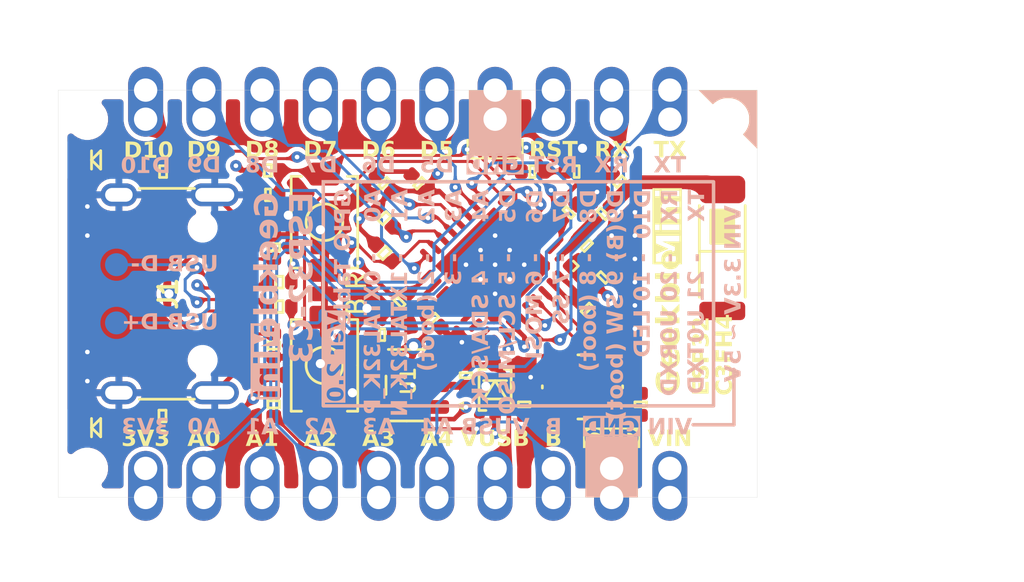
<source format=kicad_pcb>
(kicad_pcb (version 20241229) (generator "pcbnew") (generator_version "9.0")
  (title_block (rev "1") (company "Geekble") (comment 4 "SooDragon"))
  (layers (0 "F.Cu" signal) (4 "In1.Cu" power "GND") (6 "In2.Cu" signal "Power") (2 "B.Cu" signal) (13 "F.Paste" user) (15 "B.Paste" user) (5 "F.SilkS" user "F.Silkscreen") (7 "B.SilkS" user "B.Silkscreen") (1 "F.Mask" user) (3 "B.Mask" user) (25 "Edge.Cuts" user))
  (net 0 "")
  (net 1 "Net-(ANT1-PadFeed)")
  (net 3 "GND")
  (net 4 "Net-(U2-LNA_IN)")
  (net 5 "/CHIP_EN")
  (net 6 "+3V3")
  (net 7 "Net-(C8-Pad2)")
  (net 8 "Net-(U2-XTAL_P)")
  (net 9 "Net-(U2-XTAL_N)")
  (net 10 "/GPIO0")
  (net 11 "/GPIO1")
  (net 12 "/GPIO2")
  (net 13 "/GPIO3")
  (net 14 "/GPIO4")
  (net 15 "/GPIO9{slash}BOOT")
  (net 16 "/GPIO10")
  (net 17 "/GPIO8{slash}PWM")
  (net 18 "/GPIO7")
  (net 19 "/GPIO6")
  (net 20 "/GPIO5")
  (net 21 "/GPIO20{slash}RX")
  (net 22 "/GPIO21{slash}TX")
  (net 23 "Net-(J1-CC2)")
  (net 24 "Net-(J1-D1+)")
  (net 26 "Net-(J1-D1-)")
  (net 28 "Net-(J1-CC1)")
  (net 29 "Net-(LED1-PadA)")
  (net 30 "Net-(LED2-PadA)")
  (net 31 "/USB_N")
  (net 32 "/USB_P")
  (net 33 "VUSB")
  (net 41 "VIN")
  (footprint "Diodes:LED_0603_White" (layer "F.Cu") (at 30.65099 30.26801)
    (property "Reference" "LED2" (hide yes))
    (property "Value" "LED,0603,White")
  )
  (footprint "Capacitors:C_0402" (layer "F.Cu") (at 38.14399 31.79201)
    (property "Reference" "C4" (hide yes))
    (property "Value" "100nF,50V")
  )
  (footprint "Resistors:R_0402" (layer "F.Cu") (at 38.14399 30.72521)
    (property "Reference" "R6" (hide yes))
    (property "Value" "10KR,1%")
  )
  (footprint "Marks:ToolingHole_JLCPCB" (layer "F.Cu") (at 30.26999 28.49001)
    (property "Reference" "TH4" (hide yes))
    (property "Value" "ToolingHole" (hide yes))
  )
  (footprint "Resistors:R_0402" (layer "F.Cu") (at 38.39799 34.07801 90)
    (property "Reference" "R1" (hide yes))
    (property "Value" "5.1KR,1%")
  )
  (footprint "Capacitors:C_0402" (layer "F.Cu") (at 53.476102 31.21801 -45)
    (property "Reference" "C1" (hide yes))
    (property "Value" "1.8pF,50V")
  )
  (footprint "Marks:ToolingHole_JLCPCB" (layer "F.Cu") (at 58.20999 28.49001)
    (property "Reference" "TH5" (hide yes))
    (property "Value" "ToolingHole" (hide yes))
  )
  (footprint "Resistors:R_0402" (layer "F.Cu") (at 38.65199 35.60201)
    (property "Reference" "R4" (hide yes))
    (property "Value" "33R,1%")
  )
  (footprint "Resistors:R_0402" (layer "F.Cu") (at 33.57199 30.77601)
    (property "Reference" "R8" (hide yes))
    (property "Value" "5.1KR,1%")
  )
  (footprint "Capacitors:C_0402" (layer "F.Cu") (at 43.87062 36.46561 45)
    (property "Reference" "C15" (hide yes))
    (property "Value" "100nF,50V")
  )
  (footprint "Capacitors:C_0402" (layer "F.Cu") (at 51.26202 32.55401 -135)
    (property "Reference" "C8" (hide yes))
    (property "Value" "1uF,25V")
  )
  (footprint "Pushbutton_Switches_Relays:TS-1088-AR020" (layer "F.Cu") (at 40.60779 39.23421 -90)
    (property "Reference" "SW2")
    (property "Value" "TS-1088-AR02016")
  )
  (footprint "Pushbutton_Switches_Relays:TS-1088-AR020" (layer "F.Cu") (at 40.60779 32.98581 90)
    (property "Reference" "SW1")
    (property "Value" "TS-1088-AR02016")
  )
  (footprint "Resistors:R_0402" (layer "F.Cu") (at 38.39799 40.93601 -90)
    (property "Reference" "R5" (hide yes))
    (property "Value" "10KR,1%")
  )
  (footprint "Embedded_Processors_Controllers:QFN-32-EP(5x5)" (layer "F.Cu") (at 48.001609 34.896451 -135)
    (property "Reference" "U2" (hide yes))
    (property "Value" "ESP32-C3FH4")
  )
  (footprint "Capacitors:C_0402" (layer "F.Cu") (at 52.76062 35.39881 -135)
    (property "Reference" "C9" (hide yes))
    (property "Value" "1uF,25V")
  )
  (footprint "Inductors_Chokes_Transformers:L_0402" (layer "F.Cu") (at 52.755691 32.617243 -135)
    (property "Reference" "L1" (hide yes))
    (property "Value" "2.7nH,800mA,120mR")
  )
  (footprint "Capacitors:C_0402" (layer "F.Cu") (at 49.31999 40.93601 -90)
    (property "Reference" "C13" (hide yes))
    (property "Value" "15pF,50V")
  )
  (footprint "Resistors:R_0402" (layer "F.Cu") (at 38.65199 36.66881)
    (property "Reference" "R3" (hide yes))
    (property "Value" "33R,1%")
  )
  (footprint "Resistors:R_0402" (layer "F.Cu") (at 43.22399 32.80801 -45)
    (property "Reference" "R9" (hide yes))
    (property "Value" "10KR,1%")
  )
  (footprint "Power_Management_ICs:SOT-23-5" (layer "F.Cu") (at 44.19189 40.099421)
    (property "Reference" "U1")
    (property "Value" "LP5907MFX-3.3/NOPB")
  )
  (footprint "RadioFrequencyChip_Antenna:ANT_5020" (layer "F.Cu") (at 57.95599 34.257421 -90)
    (property "Reference" "ANT1" (hide yes))
    (property "Value" "KH-5020D245H05")
  )
  (footprint "Capacitors:C_0402" (layer "F.Cu") (at 54.39999 40.93601 90)
    (property "Reference" "C12" (hide yes))
    (property "Value" "15pF,50V")
  )
  (footprint "Diodes:SOD-323F" (layer "F.Cu") (at 48.04999 40.30101 -90)
    (property "Reference" "D1" (hide yes))
    (property "Value" "1N5819WS")
  )
  (footprint "Inductors_Chokes_Transformers:L_0402" (layer "F.Cu") (at 51.60599 30.77601)
    (property "Reference" "L2" (hide yes))
    (property "Value" "2.7nH,800mA,120mR")
  )
  (footprint "Capacitors:C_0402" (layer "F.Cu") (at 43.1292 37.8968 180)
    (property "Reference" "C5" (hide yes))
    (property "Value" "10uF,10V")
  )
  (footprint "Capacitors:C_0402" (layer "F.Cu") (at 49.67559 30.77601)
    (property "Reference" "C7" (hide yes))
    (property "Value" "100nF,50V")
  )
  (footprint "Capacitors:C_0402" (layer "F.Cu") (at 44.74799 31.28401 -45)
    (property "Reference" "C6" (hide yes))
    (property "Value" "10uF,10V")
  )
  (footprint "Resistors:R_0402" (layer "F.Cu") (at 33.545193 41.44401 180)
    (property "Reference" "R7" (hide yes))
    (property "Value" "5.1KR,1%")
  )
  (footprint "Capacitors:C_0402" (layer "F.Cu") (at 46.77999 39.66601 90)
    (property "Reference" "C3" (hide yes))
    (property "Value" "10uF,10V")
  )
  (footprint "Capacitors:C_0402" (layer "F.Cu") (at 52.044491 34.007265 135)
    (property "Reference" "C2" (hide yes))
    (property "Value" "1.8pF,50V")
  )
  (footprint "Marks:SooDragonKOR_Mask_3.8x1.4" (layer "F.Cu") (at 31.53999 36.10001 90)
    (property "Reference" "Logo1" (hide yes))
    (property "Value" "Geekble_Logo" (hide yes))
  )
  (footprint "Resistors:R_0402" (layer "F.Cu") (at 43.22399 34.33201 -45)
    (property "Reference" "R10" (hide yes))
    (property "Value" "10KR,1%")
  )
  (footprint "Capacitors:C_0402" (layer "F.Cu") (at 52.04942 36.77041 135)
    (property "Reference" "C10" (hide yes))
    (property "Value" "10nF,50V")
  )
  (footprint "Marks:ToolingHole_JLCPCB" (layer "F.Cu") (at 58.20999 43.73001)
    (property "Reference" "TH3" (hide yes))
    (property "Value" "ToolingHole" (hide yes))
  )
  (footprint "Connectors:USB_DIP,8.94x7.3mm" (layer "F.Cu") (at 34.18969 36.11001 -90)
    (property "Reference" "J1")
    (property "Value" "USB_C_Receptacle_USB2.0_DIP")
  )
  (footprint "Crystals:SMD-3225_4P" (layer "F.Cu") (at 51.85999 40.17401 180)
    (property "Reference" "Y1" (hide yes))
    (property "Value" "40MHz" (hide yes))
  )
  (footprint "Resistors:R_0402" (layer "F.Cu") (at 38.39799 38.37001 -90)
    (property "Reference" "R2" (hide yes))
    (property "Value" "5.1KR,1%")
  )
  (footprint "Marks:ToolingHole_JLCPCB" (layer "F.Cu") (at 30.26999 43.73001)
    (property "Reference" "TH2" (hide yes))
    (property "Value" "ToolingHole" (hide yes))
  )
  (footprint "Capacitors:C_0402" (layer "F.Cu") (at 45.327631 37.211421 135)
    (property "Reference" "C14" (hide yes))
    (property "Value" "1uF,25V")
  )
  (footprint "Diodes:LED_0603_Red" (layer "F.Cu") (at 30.65099 41.95201)
    (property "Reference" "LED1" (hide yes))
    (property "Value" "LED,0603,Red")
  )
  (footprint "Capacitors:C_0402" (layer "F.Cu") (at 43.22399 31.28401 -45)
    (property "Reference" "C11" (hide yes))
    (property "Value" "100nF,50V")
  )
  (footprint "Connectors:1x1_1.0piPad_SMD" (layer "B.Cu") (at 31.53999 37.38001 180)
    (property "Reference" "H2" (hide yes))
    (property "Value" "MountingHole_Pad" (hide yes))
  )
  (footprint "Connectors:1x1_1.0piPad_SMD" (layer "B.Cu") (at 31.53999 34.84001 180)
    (property "Reference" "H1" (hide yes))
    (property "Value" "MountingHole_Pad" (hide yes))
  )
  (footprint "Connectors:1x10_P2.54_CastellatedPad_PinHeader" (layer "B.Cu") (at 55.66999 28.49001 90)
    (property "Reference" "J3" (hide yes))
    (property "Value" "1x10_P2.54mm_Male_Vertiacal" (hide yes))
  )
  (footprint "Connectors:1x10_P2.54_CastellatedPad_PinHeader" (layer "B.Cu") (at 32.80999 43.73001 -90)
    (property "Reference" "J2" (hide yes))
    (property "Value" "1x10_P2.54mm_Male_Vertiacal" (hide yes))
  )
  (gr_poly (pts (xy 58.59363 27.64335) (xy 58.5804 27.64335) (xy 58.5804 27.63673) (xy 58.57379 27.63673) (xy 58.57379 27.63011) (xy 58.54733 27.63011) (xy 58.54733 27.6235) (xy 58.52749 27.6235) (xy 58.52749 27.61027) (xy 58.49441 27.61027) (xy 58.49441 27.60366) (xy 58.45473 27.60366) (xy 58.45473 27.59043) (xy 58.41504 27.59043) (xy 58.41504 27.58381) (xy 58.40843 27.58381) (xy 58.40843 27.5772) (xy 58.35551 27.5772) (xy 58.35551 27.57058) (xy 58.06447 27.57058) (xy 58.06447 27.5772) (xy 58.01155 27.5772) (xy 58.01155 27.58381) (xy 58.00494 27.58381) (xy 58.00494 27.59043) (xy 57.96525 27.59043) (xy 57.96525 27.60366) (xy 57.92556 27.60366) (xy 57.92556 27.61027) (xy 57.89249 27.61027) (xy 57.89249 27.6235) (xy 57.87265 27.6235) (xy 57.87265 27.63011) (xy 57.84619 27.63011) (xy 57.84619 27.63673) (xy 57.83957 27.63673) (xy 57.83957 27.64335) (xy 57.81973 27.64335) (xy 57.81973 27.64996) (xy 57.81311 27.64996) (xy 57.81311 27.65657) (xy 57.79988 27.65657) (xy 57.79988 27.66319) (xy 57.78004 27.66319) (xy 57.78004 27.6698) (xy 57.77343 27.6698) (xy 57.77343 27.67642) (xy 57.75358 27.67642) (xy 57.75358 27.68303) (xy 57.74035 27.68303) (xy 57.74035 27.68965) (xy 57.73374 27.68965) (xy 57.73374 27.69626) (xy 57.72712 27.69626) (xy 57.72712 27.70288) (xy 57.72051 27.70288) (xy 57.72051 27.70949) (xy 57.70066 27.70949) (xy 57.70066 27.7161) (xy 57.69405 27.7161) (xy 57.69405 27.72272) (xy 57.68744 27.72272) (xy 57.68744 27.72933) (xy 57.66759 27.72933) (xy 57.66759 27.73595) (xy 57.66098 27.73595) (xy 57.66098 27.74918) (xy 57.64113 27.74918) (xy 57.64113 27.75579) (xy 57.63452 27.75579) (xy 57.63452 27.76241) (xy 57.6279 27.76241) (xy 57.6279 27.76902) (xy 57.62129 27.76902) (xy 57.62129 27.77564) (xy 57.61468 27.77564) (xy 57.61468 27.78225) (xy 57.60806 27.78225) (xy 57.60806 27.78886) (xy 57.60145 27.78886) (xy 57.60145 27.79548) (xy 57.59483 27.79548) (xy 57.59483 27.8021) (xy 57.58822 27.8021) (xy 57.58822 27.80871) (xy 57.5816 27.80871) (xy 57.5816 27.81532) (xy 57.56176 27.81532) (xy 57.56176 27.82194) (xy 57.55515 27.82194) (xy 57.55515 27.82855) (xy 57.54853 27.82855) (xy 57.54853 27.83517) (xy 57.5353 27.83517) (xy 57.5353 27.82855) (xy 57.52869 27.82855) (xy 57.52869 27.82194) (xy 57.52207 27.82194) (xy 57.52207 27.81532) (xy 57.51546 27.81532) (xy 57.51546 27.80871) (xy 57.50884 27.80871) (xy 57.50884 27.8021) (xy 57.50223 27.8021) (xy 57.50223 27.79548) (xy 57.49561 27.79548) (xy 57.49561 27.78886) (xy 57.489 27.78886) (xy 57.489 27.78225) (xy 57.48238 27.78225) (xy 57.48238 27.77564) (xy 57.47577 27.77564) (xy 57.47577 27.76902) (xy 57.46915 27.76902) (xy 57.46915 27.76241) (xy 57.46254 27.76241) (xy 57.46254 27.75579) (xy 57.45593 27.75579) (xy 57.45593 27.74918) (xy 57.44931 27.74918) (xy 57.44931 27.74256) (xy 57.4427 27.74256) (xy 57.4427 27.73595) (xy 57.43608 27.73595) (xy 57.43608 27.72933) (xy 57.42947 27.72933) (xy 57.42947 27.72272) (xy 57.42285 27.72272) (xy 57.42285 27.7161) (xy 57.41624 27.7161) (xy 57.41624 27.70949) (xy 57.40962 27.70949) (xy 57.40962 27.70288) (xy 57.40301 27.70288) (xy 57.40301 27.69626) (xy 57.3964 27.69626) (xy 57.3964 27.68965) (xy 57.38978 27.68965) (xy 57.38978 27.68303) (xy 57.38316 27.68303) (xy 57.38316 27.67642) (xy 57.37655 27.67642) (xy 57.37655 27.6698) (xy 57.36994 27.6698) (xy 57.36994 27.66319) (xy 57.36332 27.66319) (xy 57.36332 27.65657) (xy 57.35671 27.65657) (xy 57.35671 27.64996) (xy 57.35009 27.64996) (xy 57.35009 27.64335) (xy 57.34348 27.64335) (xy 57.34348 27.63673) (xy 57.33686 27.63673) (xy 57.33686 27.63011) (xy 57.33025 27.63011) (xy 57.33025 27.6235) (xy 57.32363 27.6235) (xy 57.32363 27.61689) (xy 57.31702 27.61689) (xy 57.31702 27.61027) (xy 57.3104 27.61027) (xy 57.3104 27.60366) (xy 57.30379 27.60366) (xy 57.30379 27.59704) (xy 57.29718 27.59704) (xy 57.29718 27.59043) (xy 57.29056 27.59043) (xy 57.29056 27.58381) (xy 57.28395 27.58381) (xy 57.28395 27.5772) (xy 57.27733 27.5772) (xy 57.27733 27.57058) (xy 57.27072 27.57058) (xy 57.27072 27.56397) (xy 57.2641 27.56397) (xy 57.2641 27.55735) (xy 57.25749 27.55735) (xy 57.25749 27.55074) (xy 57.25087 27.55074) (xy 57.25087 27.54413) (xy 57.24426 27.54413) (xy 57.24426 27.53751) (xy 57.23765 27.53751) (xy 57.23765 27.5309) (xy 57.23103 27.5309) (xy 57.23103 27.52428) (xy 57.22441 27.52428) (xy 57.22441 27.51767) (xy 57.2178 27.51767) (xy 57.2178 27.51105) (xy 57.21119 27.51105) (xy 57.21119 27.50444) (xy 57.20457 27.50444) (xy 57.20457 27.49782) (xy 57.19796 27.49782) (xy 57.19796 27.49121) (xy 57.19134 27.49121) (xy 57.19134 27.4846) (xy 57.18473 27.4846) (xy 57.18473 27.47798) (xy 57.17811 27.47798) (xy 57.17811 27.47136) (xy 57.1715 27.47136) (xy 57.1715 27.46475) (xy 57.16488 27.46475) (xy 57.16488 27.45814) (xy 57.15827 27.45814) (xy 57.15827 27.45152) (xy 57.15165 27.45152) (xy 57.15165 27.44491) (xy 57.14504 27.44491) (xy 57.14504 27.43829) (xy 57.13843 27.43829) (xy 57.13843 27.43168) (xy 57.13181 27.43168) (xy 57.13181 27.42506) (xy 57.1252 27.42506) (xy 57.1252 27.41845) (xy 57.11858 27.41845) (xy 57.11858 27.41183) (xy 57.11197 27.41183) (xy 57.11197 27.40522) (xy 57.10535 27.40522) (xy 57.10535 27.3986) (xy 57.09874 27.3986) (xy 57.09874 27.39199) (xy 57.09212 27.39199) (xy 57.09212 27.38538) (xy 57.08551 27.38538) (xy 57.08551 27.37876) (xy 57.0789 27.37876) (xy 57.0789 27.37215) (xy 57.07228 27.37215) (xy 57.07228 27.36553) (xy 57.06566 27.36553) (xy 57.06566 27.35892) (xy 57.05905 27.35892) (xy 57.05905 27.3523) (xy 57.05244 27.3523) (xy 57.05244 27.34569) (xy 57.04582 27.34569) (xy 57.04582 27.33907) (xy 57.03921 27.33907) (xy 57.03921 27.33246) (xy 57.03259 27.33246) (xy 57.03259 27.32585) (xy 57.02598 27.32585) (xy 57.02598 27.31923) (xy 57.01936 27.31923) (xy 57.01936 27.31261) (xy 57.01275 27.31261) (xy 57.01275 27.306) (xy 57.00613 27.306) (xy 57.00613 27.29939) (xy 56.99952 27.29939) (xy 56.99952 27.29277) (xy 56.9929 27.29277) (xy 56.9929 27.28616) (xy 56.98629 27.28616) (xy 56.98629 27.27954) (xy 56.97968 27.27954) (xy 56.97968 27.27293) (xy 56.97306 27.27293) (xy 56.97306 27.26631) (xy 56.96645 27.26631) (xy 56.96645 27.2597) (xy 56.95983 27.2597) (xy 56.95983 27.25308) (xy 56.95322 27.25308) (xy 56.95322 27.24647) (xy 56.9466 27.24647) (xy 56.9466 27.23985) (xy 56.93999 27.23985) (xy 56.93999 27.23324) (xy 56.93337 27.23324) (xy 56.93337 27.22663) (xy 56.92676 27.22663) (xy 56.92676 27.22001) (xy 59.47999 27.22001) (xy 59.47999 29.77324) (xy 59.47337 29.77324) (xy 59.47337 29.76663) (xy 59.46676 29.76663) (xy 59.46676 29.76001) (xy 59.46015 29.76001) (xy 59.46015 29.7534) (xy 59.45353 29.7534) (xy 59.45353 29.74678) (xy 59.44691 29.74678) (xy 59.44691 29.74017) (xy 59.4403 29.74017) (xy 59.4403 29.73355) (xy 59.43369 29.73355) (xy 59.43369 29.72694) (xy 59.42707 29.72694) (xy 59.42707 29.72032) (xy 59.42046 29.72032) (xy 59.42046 29.71371) (xy 59.41384 29.71371) (xy 59.41384 29.7071) (xy 59.40723 29.7071) (xy 59.40723 29.70048) (xy 59.40061 29.70048) (xy 59.40061 29.69386) (xy 59.394 29.69386) (xy 59.394 29.68725) (xy 59.38738 29.68725) (xy 59.38738 29.68064) (xy 59.38077 29.68064) (xy 59.38077 29.67402) (xy 59.37415 29.67402) (xy 59.37415 29.66741) (xy 59.36754 29.66741) (xy 59.36754 29.66079) (xy 59.36093 29.66079) (xy 59.36093 29.65418) (xy 59.35431 29.65418) (xy 59.35431 29.64756) (xy 59.3477 29.64756) (xy 59.3477 29.64095) (xy 59.34108 29.64095) (xy 59.34108 29.63433) (xy 59.33447 29.63433) (xy 59.33447 29.62772) (xy 59.32785 29.62772) (xy 59.32785 29.6211) (xy 59.32124 29.6211) (xy 59.32124 29.61449) (xy 59.31462 29.61449) (xy 59.31462 29.60788) (xy 59.30801 29.60788) (xy 59.30801 29.60126) (xy 59.3014 29.60126) (xy 59.3014 29.59465) (xy 59.29478 29.59465) (xy 59.29478 29.58803) (xy 59.28816 29.58803) (xy 59.28816 29.58142) (xy 59.28155 29.58142) (xy 59.28155 29.5748) (xy 59.27494 29.5748) (xy 59.27494 29.56819) (xy 59.26832 29.56819) (xy 59.26832 29.56157) (xy 59.26171 29.56157) (xy 59.26171 29.55496) (xy 59.25509 29.55496) (xy 59.25509 29.54835) (xy 59.24848 29.54835) (xy 59.24848 29.54173) (xy 59.24186 29.54173) (xy 59.24186 29.53511) (xy 59.23525 29.53511) (xy 59.23525 29.5285) (xy 59.22863 29.5285) (xy 59.22863 29.52189) (xy 59.22202 29.52189) (xy 59.22202 29.51527) (xy 59.2154 29.51527) (xy 59.2154 29.50866) (xy 59.20879 29.50866) (xy 59.20879 29.50204) (xy 59.20218 29.50204) (xy 59.20218 29.49543) (xy 59.19556 29.49543) (xy 59.19556 29.48881) (xy 59.18895 29.48881) (xy 59.18895 29.4822) (xy 59.18233 29.4822) (xy 59.18233 29.47558) (xy 59.17572 29.47558) (xy 59.17572 29.46897) (xy 59.1691 29.46897) (xy 59.1691 29.46235) (xy 59.16249 29.46235) (xy 59.16249 29.45574) (xy 59.15587 29.45574) (xy 59.15587 29.44913) (xy 59.14926 29.44913) (xy 59.14926 29.44251) (xy 59.14265 29.44251) (xy 59.14265 29.4359) (xy 59.13603 29.4359) (xy 59.13603 29.42928) (xy 59.12941 29.42928) (xy 59.12941 29.42267) (xy 59.1228 29.42267) (xy 59.1228 29.41605) (xy 59.11619 29.41605) (xy 59.11619 29.40944) (xy 59.10957 29.40944) (xy 59.10957 29.40282) (xy 59.10296 29.40282) (xy 59.10296 29.39621) (xy 59.09634 29.39621) (xy 59.09634 29.3896) (xy 59.08973 29.3896) (xy 59.08973 29.38298) (xy 59.08311 29.38298) (xy 59.08311 29.37636) (xy 59.0765 29.37636) (xy 59.0765 29.36975) (xy 59.06988 29.36975) (xy 59.06988 29.36314) (xy 59.06327 29.36314) (xy 59.06327 29.35652) (xy 59.05665 29.35652) (xy 59.05665 29.34991) (xy 59.05004 29.34991) (xy 59.05004 29.34329) (xy 59.04343 29.34329) (xy 59.04343 29.33668) (xy 59.03681 29.33668) (xy 59.03681 29.33006) (xy 59.0302 29.33006) (xy 59.0302 29.32345) (xy 59.02358 29.32345) (xy 59.02358 29.31683) (xy 59.01697 29.31683) (xy 59.01697 29.31022) (xy 59.01035 29.31022) (xy 59.01035 29.3036) (xy 59.00374 29.3036) (xy 59.00374 29.29699) (xy 58.99712 29.29699) (xy 58.99712 29.29038) (xy 58.99051 29.29038) (xy 58.99051 29.28376) (xy 58.9839 29.28376) (xy 58.9839 29.27715) (xy 58.97728 29.27715) (xy 58.97728 29.27053) (xy 58.97066 29.27053) (xy 58.97066 29.26392) (xy 58.96405 29.26392) (xy 58.96405 29.2573) (xy 58.95744 29.2573) (xy 58.95744 29.25069) (xy 58.95082 29.25069) (xy 58.95082 29.24407) (xy 58.94421 29.24407) (xy 58.94421 29.23746) (xy 58.93759 29.23746) (xy 58.93759 29.23085) (xy 58.93098 29.23085) (xy 58.93098 29.22423) (xy 58.92436 29.22423) (xy 58.92436 29.21761) (xy 58.91775 29.21761) (xy 58.91775 29.211) (xy 58.91113 29.211) (xy 58.91113 29.20439) (xy 58.90452 29.20439) (xy 58.90452 29.19777) (xy 58.8979 29.19777) (xy 58.8979 29.19116) (xy 58.89129 29.19116) (xy 58.89129 29.18454) (xy 58.88468 29.18454) (xy 58.88468 29.17793) (xy 58.87806 29.17793) (xy 58.87806 29.17131) (xy 58.87145 29.17131) (xy 58.87145 29.1647) (xy 58.86483 29.1647) (xy 58.86483 29.15147) (xy 58.87145 29.15147) (xy 58.87145 29.14485) (xy 58.87806 29.14485) (xy 58.87806 29.12501) (xy 58.88468 29.12501) (xy 58.88468 29.1184) (xy 58.89129 29.1184) (xy 58.89129 29.11178) (xy 58.8979 29.11178) (xy 58.8979 29.10517) (xy 58.90452 29.10517) (xy 58.90452 29.09855) (xy 58.91113 29.09855) (xy 58.91113 29.09194) (xy 58.91775 29.09194) (xy 58.91775 29.08532) (xy 58.92436 29.08532) (xy 58.92436 29.07871) (xy 58.93098 29.07871) (xy 58.93098 29.0721) (xy 58.93759 29.0721) (xy 58.93759 29.05225) (xy 58.95082 29.05225) (xy 58.95082 29.03902) (xy 58.96405 29.03902) (xy 58.96405 29.03241) (xy 58.97066 29.03241) (xy 58.97066 29.01256) (xy 58.97728 29.01256) (xy 58.97728 29.00595) (xy 58.9839 29.00595) (xy 58.9839 28.99933) (xy 58.99051 28.99933) (xy 58.99051 28.97949) (xy 58.99712 28.97949) (xy 58.99712 28.97288) (xy 59.00374 28.97288) (xy 59.00374 28.96626) (xy 59.01035 28.96626) (xy 59.01035 28.95965) (xy 59.01697 28.95965) (xy 59.01697 28.94642) (xy 59.02358 28.94642) (xy 59.02358 28.92657) (xy 59.0302 28.92657) (xy 59.0302 28.91996) (xy 59.03681 28.91996) (xy 59.03681 28.90011) (xy 59.04343 28.90011) (xy 59.04343 28.88689) (xy 59.05004 28.88689) (xy 59.05004 28.88027) (xy 59.05665 28.88027) (xy 59.05665 28.86043) (xy 59.06327 28.86043) (xy 59.06327 28.85381) (xy 59.06988 28.85381) (xy 59.06988 28.82735) (xy 59.0765 28.82735) (xy 59.0765 28.80751) (xy 59.08973 28.80751) (xy 59.08973 28.77444) (xy 59.09634 28.77444) (xy 59.09634 28.73475) (xy 59.10957 28.73475) (xy 59.10957 28.69506) (xy 59.11619 28.69506) (xy 59.11619 28.68845) (xy 59.1228 28.68845) (xy 59.1228 28.63553) (xy 59.12941 28.63553) (xy 59.12941 28.34449) (xy 59.1228 28.34449) (xy 59.1228 28.29157) (xy 59.11619 28.29157) (xy 59.11619 28.28496) (xy 59.10957 28.28496) (xy 59.10957 28.24527) (xy 59.09634 28.24527) (xy 59.09634 28.20558) (xy 59.08973 28.20558) (xy 59.08973 28.17251) (xy 59.0765 28.17251) (xy 59.0765 28.15267) (xy 59.06988 28.15267) (xy 59.06988 28.12621) (xy 59.06327 28.12621) (xy 59.06327 28.1196) (xy 59.05665 28.1196) (xy 59.05665 28.09975) (xy 59.05004 28.09975) (xy 59.05004 28.09314) (xy 59.04343 28.09314) (xy 59.04343 28.07991) (xy 59.03681 28.07991) (xy 59.03681 28.06006) (xy 59.0302 28.06006) (xy 59.0302 28.05345) (xy 59.02358 28.05345) (xy 59.02358 28.0336) (xy 59.01697 28.0336) (xy 59.01697 28.02038) (xy 59.01035 28.02038) (xy 59.01035 28.01376) (xy 59.00374 28.01376) (xy 59.00374 28.00715) (xy 58.99712 28.00715) (xy 58.99712 28.00053) (xy 58.99051 28.00053) (xy 58.99051 27.98069) (xy 58.9839 27.98069) (xy 58.9839 27.97407) (xy 58.97728 27.97407) (xy 58.97728 27.96746) (xy 58.97066 27.96746) (xy 58.97066 27.94761) (xy 58.96405 27.94761) (xy 58.96405 27.941) (xy 58.95082 27.941) (xy 58.95082 27.92777) (xy 58.93759 27.92777) (xy 58.93759 27.90793) (xy 58.93098 27.90793) (xy 58.93098 27.90131) (xy 58.92436 27.90131) (xy 58.92436 27.8947) (xy 58.91775 27.8947) (xy 58.91775 27.88808) (xy 58.91113 27.88808) (xy 58.91113 27.88147) (xy 58.90452 27.88147) (xy 58.90452 27.87485) (xy 58.8979 27.87485) (xy 58.8979 27.86824) (xy 58.89129 27.86824) (xy 58.89129 27.86163) (xy 58.88468 27.86163) (xy 58.88468 27.85501) (xy 58.87806 27.85501) (xy 58.87806 27.8484) (xy 58.87145 27.8484) (xy 58.87145 27.84178) (xy 58.86483 27.84178) (xy 58.86483 27.83517) (xy 58.85822 27.83517) (xy 58.85822 27.82855) (xy 58.8516 27.82855) (xy 58.8516 27.82194) (xy 58.84499 27.82194) (xy 58.84499 27.81532) (xy 58.83837 27.81532) (xy 58.83837 27.80871) (xy 58.83176 27.80871) (xy 58.83176 27.8021) (xy 58.82515 27.8021) (xy 58.82515 27.79548) (xy 58.81853 27.79548) (xy 58.81853 27.78886) (xy 58.81191 27.78886) (xy 58.81191 27.78225) (xy 58.8053 27.78225) (xy 58.8053 27.77564) (xy 58.79869 27.77564) (xy 58.79869 27.76902) (xy 58.79207 27.76902) (xy 58.79207 27.76241) (xy 58.77223 27.76241) (xy 58.77223 27.74918) (xy 58.759 27.74918) (xy 58.759 27.73595) (xy 58.75238 27.73595) (xy 58.75238 27.72933) (xy 58.73254 27.72933) (xy 58.73254 27.72272) (xy 58.72593 27.72272) (xy 58.72593 27.7161) (xy 58.71931 27.7161) (xy 58.71931 27.70949) (xy 58.69947 27.70949) (xy 58.69947 27.70288) (xy 58.69285 27.70288) (xy 58.69285 27.69626) (xy 58.68624 27.69626) (xy 58.68624 27.68965) (xy 58.67962 27.68965) (xy 58.67962 27.68303) (xy 58.6664 27.68303) (xy 58.6664 27.67642) (xy 58.64655 27.67642) (xy 58.64655 27.6698) (xy 58.63994 27.6698) (xy 58.63994 27.66319) (xy 58.62009 27.66319) (xy 58.62009 27.65657) (xy 58.60686 27.65657) (xy 58.60686 27.64996) (xy 58.60025 27.64996) (xy 58.60025 27.64335)) (fill yes) (layer "F.SilkS"))
  (gr_rect (start 51.98699 42.84101) (end 54.27299 45.00001) (fill yes) (layer "F.SilkS"))
  (gr_poly (pts (xy 49.19299 29.37901) (xy 46.90699 29.37901) (xy 46.90699 27.220009) (xy 49.19299 27.220009)) (fill yes) (layer "F.SilkS"))
  (gr_line (start 58.46399 41.82501) (end 56.68599 41.82501) (stroke (width 0.153)) (layer "B.SilkS"))
  (gr_poly (pts (xy 49.19299 30.01401) (xy 46.90699 30.01401) (xy 46.90699 27.220009) (xy 49.19299 27.220009)) (fill yes) (layer "B.SilkS"))
  (gr_poly (pts (xy 59.05665 28.106371) (xy 59.05665 28.119601) (xy 59.06327 28.119601) (xy 59.063271 28.12621) (xy 59.069891 28.12621) (xy 59.069891 28.15267) (xy 59.0765 28.152671) (xy 59.0765 28.172511) (xy 59.089731 28.17251) (xy 59.08973 28.20559) (xy 59.09634 28.20559) (xy 59.09634 28.24527) (xy 59.10957 28.24527) (xy 59.10957 28.28496) (xy 59.11619 28.28496) (xy 59.11619 28.29157) (xy 59.1228 28.29157) (xy 59.1228 28.34449) (xy 59.12942 28.34449) (xy 59.12942 28.63553) (xy 59.1228 28.63553) (xy 59.1228 28.68845) (xy 59.11619 28.68845) (xy 59.11619 28.69506) (xy 59.10957 28.69506) (xy 59.10957 28.73475) (xy 59.09634 28.73475) (xy 59.09634 28.774439) (xy 59.089731 28.77444) (xy 59.089731 28.80751) (xy 59.0765 28.807509) (xy 59.0765 28.827349) (xy 59.069891 28.82735) (xy 59.069891 28.85381) (xy 59.063271 28.85381) (xy 59.063271 28.86043) (xy 59.056651 28.86043) (xy 59.056651 28.88027) (xy 59.050041 28.88027) (xy 59.050041 28.88689) (xy 59.043431 28.88689) (xy 59.043431 28.90012) (xy 59.03681 28.900121) (xy 59.03681 28.919961) (xy 59.0302 28.919961) (xy 59.030201 28.92657) (xy 59.02358 28.926571) (xy 59.02358 28.946421) (xy 59.01697 28.946421) (xy 59.01697 28.959651) (xy 59.01035 28.959651) (xy 59.01035 28.966261) (xy 59.00374 28.966261) (xy 59.00374 28.97288) (xy 58.99712 28.97288) (xy 58.99712 28.979491) (xy 58.99051 28.979491) (xy 58.99051 28.99934) (xy 58.9839 28.99934) (xy 58.9839 29.00595) (xy 58.97728 29.00595) (xy 58.97728 29.01256) (xy 58.97067 29.01256) (xy 58.97067 29.03241) (xy 58.96405 29.03241) (xy 58.96405 29.03902) (xy 58.95082 29.03902) (xy 58.95082 29.05887) (xy 58.94421 29.05887) (xy 58.94421 29.06548) (xy 58.93759 29.06548) (xy 58.93759 29.0721) (xy 58.93098 29.0721) (xy 58.93098 29.07871) (xy 58.92436 29.07871) (xy 58.92436 29.08532) (xy 58.91775 29.08532) (xy 58.91775 29.09194) (xy 58.91114 29.09194) (xy 58.91114 29.09855) (xy 58.90452 29.09855) (xy 58.90452 29.10517) (xy 58.8979 29.10517) (xy 58.8979 29.11178) (xy 58.89129 29.11178) (xy 58.89129 29.1184) (xy 58.88468 29.1184) (xy 58.88468 29.13824) (xy 58.87806 29.13824) (xy 58.87806 29.14485) (xy 58.87145 29.14485) (xy 58.87145 29.15147) (xy 58.86483 29.15147) (xy 58.86483 29.1647) (xy 58.87145 29.1647) (xy 58.87145 29.17131) (xy 58.87806 29.17131) (xy 58.87806 29.17793) (xy 58.88468 29.17793) (xy 58.88468 29.18454) (xy 58.89129 29.18454) (xy 58.89129 29.19116) (xy 58.8979 29.19116) (xy 58.8979 29.19777) (xy 58.90452 29.19777) (xy 58.90452 29.20439) (xy 58.91114 29.20439) (xy 58.91114 29.211) (xy 58.91775 29.211) (xy 58.91775 29.21762) (xy 58.92436 29.21762) (xy 58.92436 29.22423) (xy 58.93098 29.22423) (xy 58.93098 29.23085) (xy 58.93759 29.23085) (xy 58.93759 29.23746) (xy 58.94421 29.23746) (xy 58.94421 29.24407) (xy 58.95082 29.24407) (xy 58.95082 29.25069) (xy 58.95744 29.25069) (xy 58.95744 29.2573) (xy 58.96405 29.2573) (xy 58.96405 29.26392) (xy 58.97067 29.26392) (xy 58.97067 29.27053) (xy 58.97728 29.27053) (xy 58.97728 29.27715) (xy 58.9839 29.27715) (xy 58.9839 29.28376) (xy 58.99051 29.28376) (xy 58.99051 29.29038) (xy 58.99712 29.29038) (xy 58.99712 29.29699) (xy 59.00374 29.29699) (xy 59.00374 29.3036) (xy 59.01035 29.3036) (xy 59.01035 29.31022) (xy 59.01697 29.31022) (xy 59.01697 29.31684) (xy 59.02358 29.31684) (xy 59.02358 29.32345) (xy 59.0302 29.32345) (xy 59.0302 29.33006) (xy 59.03681 29.33006) (xy 59.03681 29.33668) (xy 59.04343 29.33668) (xy 59.04343 29.34329) (xy 59.05004 29.34329) (xy 59.05004 29.34991) (xy 59.05665 29.34991) (xy 59.05665 29.35652) (xy 59.06327 29.35652) (xy 59.06327 29.36314) (xy 59.06989 29.36314) (xy 59.06989 29.36975) (xy 59.0765 29.36975) (xy 59.0765 29.37637) (xy 59.08311 29.37637) (xy 59.08311 29.38298) (xy 59.08973 29.38298) (xy 59.08973 29.3896) (xy 59.09634 29.3896) (xy 59.09634 29.39621) (xy 59.10296 29.39621) (xy 59.10296 29.40282) (xy 59.10957 29.40282) (xy 59.10957 29.40944) (xy 59.11619 29.40944) (xy 59.11619 29.41605) (xy 59.1228 29.41605) (xy 59.1228 29.42267) (xy 59.12942 29.42267) (xy 59.12942 29.42928) (xy 59.13603 29.42928) (xy 59.13603 29.4359) (xy 59.14265 29.4359) (xy 59.14265 29.44251) (xy 59.14926 29.44251) (xy 59.14926 29.44913) (xy 59.15587 29.44913) (xy 59.15587 29.45574) (xy 59.16249 29.45574) (xy 59.16249 29.46235) (xy 59.1691 29.46235) (xy 59.1691 29.46897) (xy 59.17572 29.46897) (xy 59.17572 29.47559) (xy 59.18233 29.47559) (xy 59.18233 29.4822) (xy 59.18895 29.4822) (xy 59.18895 29.48881) (xy 59.19556 29.48881) (xy 59.19556 29.49543) (xy 59.20218 29.49543) (xy 59.20218 29.50204) (xy 59.20879 29.50204) (xy 59.20879 29.50866) (xy 59.2154 29.50866) (xy 59.2154 29.51527) (xy 59.22202 29.51527) (xy 59.22202 29.52189) (xy 59.22864 29.52189) (xy 59.22864 29.5285) (xy 59.23525 29.5285) (xy 59.23525 29.53512) (xy 59.24186 29.53512) (xy 59.24186 29.54173) (xy 59.24848 29.54173) (xy 59.24848 29.54835) (xy 59.25509 29.54835) (xy 59.25509 29.55496) (xy 59.26171 29.55496) (xy 59.26171 29.56157) (xy 59.26832 29.56157) (xy 59.26832 29.56819) (xy 59.27494 29.56819) (xy 59.27494 29.5748) (xy 59.28155 29.5748) (xy 59.28155 29.58142) (xy 59.28817 29.58142) (xy 59.28817 29.58803) (xy 59.29478 29.58803) (xy 59.29478 29.59465) (xy 59.3014 29.59465) (xy 59.3014 29.60126) (xy 59.30801 29.60126) (xy 59.30801 29.60788) (xy 59.31462 29.60788) (xy 59.31462 29.61449) (xy 59.32124 29.61449) (xy 59.32124 29.6211) (xy 59.32785 29.6211) (xy 59.32785 29.62772) (xy 59.33447 29.62772) (xy 59.33447 29.63434) (xy 59.34108 29.63434) (xy 59.34108 29.64095) (xy 59.3477 29.64095) (xy 59.3477 29.64756) (xy 59.35431 29.64756) (xy 59.35431 29.65418) (xy 59.36093 29.65418) (xy 59.36093 29.66079) (xy 59.36754 29.66079) (xy 59.36754 29.66741) (xy 59.37415 29.66741) (xy 59.37415 29.67402) (xy 59.38077 29.67402) (xy 59.38077 29.68064) (xy 59.38739 29.68064) (xy 59.38739 29.68725) (xy 59.394 29.68725) (xy 59.394 29.69387) (xy 59.40061 29.69387) (xy 59.40061 29.70048) (xy 59.40723 29.70048) (xy 59.40723 29.7071) (xy 59.41384 29.7071) (xy 59.41384 29.71371) (xy 59.42046 29.71371) (xy 59.42046 29.72032) (xy 59.42707 29.72032) (xy 59.42707 29.72694) (xy 59.43369 29.72694) (xy 59.43369 29.73355) (xy 59.4403 29.73355) (xy 59.4403 29.74017) (xy 59.44692 29.74017) (xy 59.44692 29.74678) (xy 59.45353 29.74678) (xy 59.45353 29.7534) (xy 59.46015 29.7534) (xy 59.46015 29.76001) (xy 59.46676 29.76001) (xy 59.46676 29.76663) (xy 59.47337 29.76663) (xy 59.47337 29.77324) (xy 59.47999 29.77324) (xy 59.47999 27.22001) (xy 56.92676 27.22001) (xy 56.92676 27.22663) (xy 56.93337 27.22663) (xy 56.93337 27.23324) (xy 56.93999 27.23324) (xy 56.93999 27.23985) (xy 56.9466 27.23985) (xy 56.9466 27.24647) (xy 56.95322 27.24647) (xy 56.95322 27.25309) (xy 56.95983 27.25309) (xy 56.95983 27.2597) (xy 56.96645 27.2597) (xy 56.96645 27.26631) (xy 56.97306 27.26631) (xy 56.97306 27.27293) (xy 56.97968 27.27293) (xy 56.97968 27.27954) (xy 56.98629 27.27954) (xy 56.98629 27.28616) (xy 56.9929 27.28616) (xy 56.9929 27.29277) (xy 56.99952 27.29277) (xy 56.99952 27.29939) (xy 57.00614 27.29939) (xy 57.00614 27.306) (xy 57.01275 27.306) (xy 57.01275 27.31262) (xy 57.01936 27.31262) (xy 57.01936 27.31923) (xy 57.02598 27.31923) (xy 57.02598 27.32585) (xy 57.03259 27.32585) (xy 57.03259 27.33246) (xy 57.03921 27.33246) (xy 57.03921 27.33907) (xy 57.04582 27.33907) (xy 57.04582 27.34569) (xy 57.05244 27.34569) (xy 57.05244 27.3523) (xy 57.05905 27.3523) (xy 57.05905 27.35892) (xy 57.06567 27.35892) (xy 57.06567 27.36553) (xy 57.07228 27.36553) (xy 57.07228 27.37215) (xy 57.0789 27.37215) (xy 57.0789 27.37876) (xy 57.08551 27.37876) (xy 57.08551 27.38538) (xy 57.09212 27.38538) (xy 57.09212 27.39199) (xy 57.09874 27.39199) (xy 57.09874 27.3986) (xy 57.10535 27.3986) (xy 57.10535 27.40522) (xy 57.11197 27.40522) (xy 57.11197 27.41184) (xy 57.11858 27.41184) (xy 57.11858 27.41845) (xy 57.1252 27.41845) (xy 57.1252 27.42506) (xy 57.13181 27.42506) (xy 57.13181 27.43168) (xy 57.13843 27.43168) (xy 57.13843 27.43829) (xy 57.14504 27.43829) (xy 57.14504 27.44491) (xy 57.15165 27.44491) (xy 57.15165 27.45152) (xy 57.15827 27.45152) (xy 57.15827 27.45814) (xy 57.16489 27.45814) (xy 57.16489 27.46475) (xy 57.1715 27.46475) (xy 57.1715 27.47137) (xy 57.17811 27.47137) (xy 57.17811 27.47798) (xy 57.18473 27.47798) (xy 57.18473 27.4846) (xy 57.19134 27.4846) (xy 57.19134 27.49121) (xy 57.19796 27.49121) (xy 57.19796 27.49782) (xy 57.20457 27.49782) (xy 57.20457 27.50444) (xy 57.21119 27.50444) (xy 57.21119 27.51105) (xy 57.2178 27.51105) (xy 57.2178 27.51767) (xy 57.22442 27.51767) (xy 57.22442 27.52428) (xy 57.23103 27.52428) (xy 57.23103 27.5309) (xy 57.23765 27.5309) (xy 57.23765 27.53751) (xy 57.24426 27.53751) (xy 57.24426 27.54413) (xy 57.25087 27.54413) (xy 57.25087 27.55074) (xy 57.25749 27.55074) (xy 57.25749 27.55735) (xy 57.2641 27.55735) (xy 57.2641 27.56397) (xy 57.27072 27.56397) (xy 57.27072 27.57059) (xy 57.27733 27.57059) (xy 57.27733 27.5772) (xy 57.28395 27.5772) (xy 57.28395 27.58381) (xy 57.29056 27.58381) (xy 57.29056 27.59043) (xy 57.29718 27.59043) (xy 57.29718 27.59704) (xy 57.30379 27.59704) (xy 57.30379 27.60366) (xy 57.3104 27.60366) (xy 57.3104 27.61027) (xy 57.31702 27.61027) (xy 57.31702 27.61689) (xy 57.32364 27.61689) (xy 57.32364 27.6235) (xy 57.33025 27.6235) (xy 57.33025 27.63012) (xy 57.33686 27.63012) (xy 57.33686 27.63673) (xy 57.34348 27.63673) (xy 57.34348 27.64335) (xy 57.35009 27.64335) (xy 57.35009 27.64996) (xy 57.35671 27.64996) (xy 57.35671 27.65657) (xy 57.36332 27.65657) (xy 57.36332 27.66319) (xy 57.36994 27.66319) (xy 57.36994 27.6698) (xy 57.37655 27.6698) (xy 57.37655 27.67642) (xy 57.38317 27.67642) (xy 57.38317 27.68303) (xy 57.38978 27.68303) (xy 57.38978 27.68965) (xy 57.3964 27.68965) (xy 57.3964 27.69626) (xy 57.40301 27.69626) (xy 57.40301 27.70288) (xy 57.40962 27.70288) (xy 57.40962 27.70949) (xy 57.41624 27.70949) (xy 57.41624 27.7161) (xy 57.42285 27.7161) (xy 57.42285 27.72272) (xy 57.42947 27.72272) (xy 57.42947 27.72934) (xy 57.43608 27.72934) (xy 57.43608 27.73595) (xy 57.4427 27.73595) (xy 57.4427 27.74256) (xy 57.44931 27.74256) (xy 57.44931 27.74918) (xy 57.45593 27.74918) (xy 57.45593 27.75579) (xy 57.46254 27.75579) (xy 57.46254 27.76241) (xy 57.46915 27.76241) (xy 57.46915 27.76902) (xy 57.47577 27.76902) (xy 57.47577 27.77564) (xy 57.48239 27.77564) (xy 57.48239 27.78225) (xy 57.489 27.78225) (xy 57.489 27.78887) (xy 57.49561 27.78887) (xy 57.49561 27.79548) (xy 57.50223 27.79548) (xy 57.50223 27.8021) (xy 57.50884 27.8021) (xy 57.50884 27.80871) (xy 57.51546 27.80871) (xy 57.51546 27.81532) (xy 57.52207 27.81532) (xy 57.52207 27.82194) (xy 57.52869 27.82194) (xy 57.52869 27.82855) (xy 57.5353 27.82855) (xy 57.5353 27.83517) (xy 57.54853 27.83517) (xy 57.54853 27.82855) (xy 57.55515 27.82855) (xy 57.55515 27.82194) (xy 57.57499 27.82194) (xy 57.57499 27.81532) (xy 57.5816 27.81532) (xy 57.5816 27.80871) (xy 57.58822 27.80871) (xy 57.58822 27.8021) (xy 57.59483 27.8021) (xy 57.59483 27.79548) (xy 57.60145 27.79548) (xy 57.60145 27.78887) (xy 57.60806 27.78887) (xy 57.60806 27.78225) (xy 57.61468 27.78225) (xy 57.61468 27.77564) (xy 57.62129 27.77564) (xy 57.62129 27.76902) (xy 57.6279 27.76902) (xy 57.6279 27.76241) (xy 57.64775 27.76241) (xy 57.64775 27.74918) (xy 57.66098 27.74918) (xy 57.66098 27.73595) (xy 57.66759 27.73595) (xy 57.66759 27.72934) (xy 57.68744 27.72934) (xy 57.68744 27.72272) (xy 57.69405 27.72272) (xy 57.69405 27.7161) (xy 57.700669 27.7161) (xy 57.700669 27.70949) (xy 57.720509 27.70949) (xy 57.720509 27.70288) (xy 57.72712 27.70288) (xy 57.72712 27.69626) (xy 57.733739 27.69626) (xy 57.733739 27.68965) (xy 57.740349 27.68965) (xy 57.740349 27.68303) (xy 57.753579 27.68303) (xy 57.753579 27.67642) (xy 57.773429 27.67642) (xy 57.77343 27.669799) (xy 57.780039 27.6698) (xy 57.780039 27.66319) (xy 57.79989 27.663189) (xy 57.79989 27.656569) (xy 57.81311 27.656569) (xy 57.81311 27.649959) (xy 57.81973 27.649959) (xy 57.81973 27.643349) (xy 57.83957 27.643349) (xy 57.83957 27.636729) (xy 57.84619 27.636729) (xy 57.846191 27.63012) (xy 57.872651 27.63012) (xy 57.872651 27.6235) (xy 57.892491 27.6235) (xy 57.89249 27.610269) (xy 57.92556 27.610269) (xy 57.925561 27.60366) (xy 57.96525 27.60366) (xy 57.96525 27.59043) (xy 58.00494 27.59043) (xy 58.00494 27.58381) (xy 58.01155 27.58381) (xy 58.01155 27.5772) (xy 58.06447 27.5772) (xy 58.06447 27.57059) (xy 58.35551 27.57059) (xy 58.35551 27.5772) (xy 58.40843 27.5772) (xy 58.40843 27.58381) (xy 58.41504 27.58381) (xy 58.41504 27.59043) (xy 58.45473 27.59043) (xy 58.45473 27.60366) (xy 58.494419 27.60366) (xy 58.49442 27.610269) (xy 58.52749 27.610269) (xy 58.527489 27.6235) (xy 58.547329 27.6235) (xy 58.547329 27.63012) (xy 58.573789 27.63012) (xy 58.57379 27.636729) (xy 58.580399 27.63673) (xy 58.580399 27.64335) (xy 58.60025 27.643349) (xy 58.60025 27.649959) (xy 58.60686 27.649959) (xy 58.60686 27.656569) (xy 58.62009 27.656569) (xy 58.62009 27.663189) (xy 58.639941 27.66319) (xy 58.639941 27.6698) (xy 58.64655 27.669799) (xy 58.646551 27.67642) (xy 58.666401 27.67642) (xy 58.666401 27.68303) (xy 58.679621 27.68303) (xy 58.679621 27.68965) (xy 58.686241 27.68965) (xy 58.686241 27.69626) (xy 58.692851 27.69626) (xy 58.692851 27.70288) (xy 58.699471 27.70288) (xy 58.699471 27.70949) (xy 58.719311 27.70949) (xy 58.719311 27.7161) (xy 58.72593 27.7161) (xy 58.72593 27.72272) (xy 58.73254 27.72272) (xy 58.73254 27.72934) (xy 58.75239 27.72934) (xy 58.75239 27.73595) (xy 58.759 27.73595) (xy 58.759 27.74918) (xy 58.77223 27.74918) (xy 58.77223 27.76241) (xy 58.79207 27.76241) (xy 58.79207 27.76902) (xy 58.79869 27.76902) (xy 58.79869 27.77564) (xy 58.8053 27.77564) (xy 58.8053 27.78225) (xy 58.81192 27.78225) (xy 58.81192 27.78887) (xy 58.81853 27.78887) (xy 58.81853 27.79548) (xy 58.82515 27.79548) (xy 58.82515 27.8021) (xy 58.83176 27.8021) (xy 58.83176 27.80871) (xy 58.83837 27.80871) (xy 58.83837 27.81532) (xy 58.84499 27.81532) (xy 58.84499 27.82194) (xy 58.8516 27.82194) (xy 58.8516 27.82855) (xy 58.85822 27.82855) (xy 58.85822 27.83517) (xy 58.86483 27.83517) (xy 58.86483 27.84178) (xy 58.87145 27.84178) (xy 58.87145 27.8484) (xy 58.87806 27.8484) (xy 58.87806 27.85501) (xy 58.88468 27.85501) (xy 58.88468 27.86163) (xy 58.89129 27.86163) (xy 58.89129 27.86824) (xy 58.8979 27.86824) (xy 58.8979 27.87485) (xy 58.90452 27.87485) (xy 58.90452 27.88147) (xy 58.91114 27.88147) (xy 58.91114 27.88809) (xy 58.91775 27.88809) (xy 58.91775 27.8947) (xy 58.92436 27.8947) (xy 58.92436 27.90131) (xy 58.93098 27.90131) (xy 58.93098 27.90793) (xy 58.93759 27.90793) (xy 58.93759 27.92777) (xy 58.95082 27.92777) (xy 58.95082 27.941) (xy 58.96405 27.941) (xy 58.96405 27.94762) (xy 58.97067 27.94762) (xy 58.97067 27.96746) (xy 58.97728 27.96746) (xy 58.97728 27.97407) (xy 58.9839 27.97407) (xy 58.9839 27.980689) (xy 58.99051 27.980689) (xy 58.99051 28.000529) (xy 58.99712 28.000529) (xy 58.99712 28.007149) (xy 59.00374 28.007149) (xy 59.00374 28.013759) (xy 59.01035 28.013759) (xy 59.01035 28.020379) (xy 59.01697 28.020379) (xy 59.01697 28.033599) (xy 59.02358 28.033599) (xy 59.02358 28.053449) (xy 59.030201 28.05345) (xy 59.0302 28.060059) (xy 59.03681 28.060059) (xy 59.036811 28.07991) (xy 59.043431 28.07991) (xy 59.043431 28.09314) (xy 59.050041 28.09314) (xy 59.050041 28.09975) (xy 59.056651 28.09975)) (fill yes) (layer "B.SilkS"))
  (gr_rect (start 40.55699 31.22051) (end 57.57499 40.99951) (stroke (width 0.153)) (fill no) (layer "B.SilkS"))
  (gr_line (start 58.46399 39.41201) (end 58.46399 41.82501) (stroke (width 0.153)) (layer "B.SilkS"))
  (gr_rect (start 51.98699 42.33301) (end 54.27299 45.00001) (fill yes) (layer "B.SilkS"))
  (gr_line (start 28.99999 27.22001) (end 28.99999 45.00001) (stroke (width 0.01)) (layer "Edge.Cuts"))
  (gr_line (start 28.99999 45.00001) (end 59.47999 45.00001) (stroke (width 0.01)) (layer "Edge.Cuts"))
  (gr_line (start 59.47999 27.22001) (end 28.99999 27.22001) (stroke (width 0.01)) (layer "Edge.Cuts"))
  (gr_line (start 59.47999 45.00001) (end 59.47999 27.22001) (stroke (width 0.01)) (layer "Edge.Cuts"))
  (gr_text "C3FH4" (at 58.08299 40.55501 90) (layer "F.SilkS") (effects (font (size 0.7 0.7) (thickness 0.153) (bold yes)) (justify left)))
  (gr_text "A3" (at 42.96999 42.46001 0) (layer "F.SilkS") (effects (font (size 0.7 0.7) (thickness 0.14) (bold yes))))
  (gr_text "GND" (at 53.12999 42.46001 0) (layer "F.SilkS" knockout) (effects (font (size 0.7 0.7) (thickness 0.14) (bold yes))))
  (gr_text "" (at 70.90999 43.73001 0) (layer "F.SilkS") (effects (font (size 1.27 1.27))))
  (gr_text "D10" (at 32.93699 29.88701 0) (layer "F.SilkS") (effects (font (size 0.7 0.7) (thickness 0.14) (bold yes))))
  (gr_text "" (at 30.26999 43.73001 0) (layer "F.SilkS") (effects (font (size 1.27 1.27))))
  (gr_text "R" (at 42.00479 35.55121 90) (layer "F.SilkS") (effects (font (size 0.8 0.8) (thickness 0.12) (bold yes))))
  (gr_text "3V3" (at 32.80999 42.46001 0) (layer "F.SilkS") (effects (font (size 0.7 0.7) (thickness 0.14) (bold yes))))
  (gr_text "A0" (at 35.34999 42.46001 0) (layer "F.SilkS") (effects (font (size 0.7 0.7) (thickness 0.14) (bold yes))))
  (gr_text "D9" (at 35.34999 29.86161 0) (layer "F.SilkS") (effects (font (size 0.7 0.7) (thickness 0.14) (bold yes))))
  (gr_text "D8" (at 37.88999 29.86161 0) (layer "F.SilkS") (effects (font (size 0.7 0.7) (thickness 0.14) (bold yes))))
  (gr_text "TX" (at 55.66999 29.86161 0) (layer "F.SilkS") (effects (font (size 0.7 0.7) (thickness 0.14) (bold yes))))
  (gr_text "" (at 70.90999 43.73001 0) (layer "F.SilkS") (effects (font (size 1.27 1.27))))
  (gr_text "RST" (at 50.58999 29.86161 0) (layer "F.SilkS") (effects (font (size 0.7 0.7) (thickness 0.14) (bold yes))))
  (gr_text "" (at 58.20999 28.49001 0) (layer "F.SilkS") (effects (font (size 1.27 1.27))))
  (gr_text "D6" (at 42.96999 29.86161 0) (layer "F.SilkS") (effects (font (size 0.7 0.7) (thickness 0.14) (bold yes))))
  (gr_text "ESP32" (at 57.06699 40.55501 90) (layer "F.SilkS") (effects (font (size 0.7 0.7) (thickness 0.153) (bold yes)) (justify left)))
  (gr_text "A1" (at 37.88999 42.46001 0) (layer "F.SilkS") (effects (font (size 0.7 0.7) (thickness 0.14) (bold yes))))
  (gr_text "A4" (at 45.50999 42.46001 0) (layer "F.SilkS") (effects (font (size 0.7 0.7) (thickness 0.14) (bold yes))))
  (gr_text "B" (at 50.58999 42.46001 0) (layer "F.SilkS") (effects (font (size 0.7 0.7) (thickness 0.14) (bold yes))))
  (gr_text "VUSB" (at 48.04999 42.46001 0) (layer "F.SilkS") (effects (font (size 0.7 0.7) (thickness 0.14) (bold yes))))
  (gr_text "" (at 58.20999 28.49001 0) (layer "F.SilkS") (effects (font (size 1.27 1.27))))
  (gr_text "D5" (at 45.50999 29.86161 0) (layer "F.SilkS") (effects (font (size 0.7 0.7) (thickness 0.14) (bold yes))))
  (gr_text "" (at 30.26999 28.49001 0) (layer "F.SilkS") (effects (font (size 1.27 1.27))))
  (gr_text "GND" (at 48.04999 29.86161 0) (layer "F.SilkS" knockout) (effects (font (size 0.7 0.7) (thickness 0.14) (bold yes))))
  (gr_text "" (at 30.26999 43.73001 0) (layer "F.SilkS") (effects (font (size 1.27 1.27))))
  (gr_text "A2" (at 40.42999 42.46001 0) (layer "F.SilkS") (effects (font (size 0.7 0.7) (thickness 0.14) (bold yes))))
  (gr_text "D7" (at 40.42999 29.86161 0) (layer "F.SilkS") (effects (font (size 0.7 0.7) (thickness 0.14) (bold yes))))
  (gr_text "Geekble" (at 55.66999 40.55501 90) (layer "F.SilkS") (effects (font (size 1 1) (thickness 0.153) (bold yes)) (justify left)))
  (gr_text "RX" (at 53.12999 29.86161 0) (layer "F.SilkS") (effects (font (size 0.7 0.7) (thickness 0.14) (bold yes))))
  (gr_text "B" (at 42.00479 36.66881 90) (layer "F.SilkS") (effects (font (size 0.8 0.8) (thickness 0.12) (bold yes))))
  (gr_text "VIN" (at 55.66999 42.46001 0) (layer "F.SilkS") (effects (font (size 0.7 0.7) (thickness 0.14) (bold yes))))
  (gr_text "" (at 30.26999 28.49001 0) (layer "F.SilkS") (effects (font (size 1.27 1.27))))
  (gr_text "Mini" (at 55.66999 34.84001 90) (layer "F.SilkS" knockout) (effects (font (size 1 1) (thickness 0.153) (bold yes)) (justify left)))
  (gr_text "A2" (at 40.42999 41.95201 0) (layer "B.SilkS") (effects (font (size 0.7 0.7) (thickness 0.14) (bold yes)) (justify mirror)))
  (gr_text "TX" (at 55.66999 30.52201 0) (layer "B.SilkS") (effects (font (size 0.7 0.7) (thickness 0.14) (bold yes)) (justify mirror)))
  (gr_text "D10" (at 32.80999 30.54741 0) (layer "B.SilkS") (effects (font (size 0.7 0.7) (thickness 0.14) (bold yes)) (justify mirror)))
  (gr_text "USB D-" (at 35.98499 34.84001 0) (layer "B.SilkS") (effects (font (size 0.7 0.7) (thickness 0.153) (bold yes)) (justify left mirror)))
  (gr_text "USB D+" (at 35.98499 37.38001 0) (layer "B.SilkS") (effects (font (size 0.7 0.7) (thickness 0.153) (bold yes)) (justify left mirror)))
  (gr_text "A3" (at 42.96999 41.95201 0) (layer "B.SilkS") (effects (font (size 0.7 0.7) (thickness 0.14) (bold yes)) (justify mirror)))
  (gr_text "A1" (at 37.88999 41.95201 0) (layer "B.SilkS") (effects (font (size 0.7 0.7) (thickness 0.14) (bold yes)) (justify mirror)))
  (gr_text "D8" (at 37.88999 30.52201 0) (layer "B.SilkS") (effects (font (size 0.7 0.7) (thickness 0.14) (bold yes)) (justify mirror)))
  (gr_text "XTAL32K_P" (at 42.33499 35.72901 90) (layer "B.SilkS") (effects (font (size 0.7 0.65) (thickness 0.14) (bold yes)) (justify left top mirror)))
  (gr_text "D6" (at 42.96999 30.52201 0) (layer "B.SilkS") (effects (font (size 0.7 0.7) (thickness 0.14) (bold yes)) (justify mirror)))
  (gr_text "VUSB" (at 48.04999 41.95201 0) (layer "B.SilkS") (effects (font (size 0.7 0.7) (thickness 0.14) (bold yes)) (justify mirror)))
  (gr_text "A0\nA1\nA2\nA3\nA4\nD5\nD6\nD7\nD8\nD9(B)\nD10\nRX\nTX" (at 42.351562 31.547325 90) (layer "B.SilkS") (effects (font (size 0.7 0.7) (thickness 0.14) (bold yes)) (justify left top mirror)))
  (gr_text "Ver 2.0" (at 41.14119 40.83441 90) (layer "B.SilkS" knockout) (effects (font (size 0.7 0.7) (thickness 0.153) (bold yes) (italic yes)) (justify right mirror)))
  (gr_text "B" (at 50.58999 41.95201 0) (layer "B.SilkS") (effects (font (size 0.7 0.7) (thickness 0.14) (bold yes)) (justify mirror)))
  (gr_text "GPIO Table" (at 41.44599 31.53801 90) (layer "B.SilkS") (effects (font (size 0.7 0.7) (thickness 0.153) (bold yes)) (justify left mirror)))
  (gr_text "Mini" (at 38.14399 37.38001 90) (layer "B.SilkS" knockout) (effects (font (size 1 1) (thickness 0.153) (bold yes)) (justify left mirror)))
  (gr_text "D7" (at 40.42999 30.52201 0) (layer "B.SilkS") (effects (font (size 0.7 0.7) (thickness 0.14) (bold yes)) (justify mirror)))
  (gr_text "VIN 3.3V ~ 5V" (at 58.46399 36.11001 90) (layer "B.SilkS") (effects (font (size 0.7 0.7) (thickness 0.153) (bold yes)) (justify mirror)))
  (gr_text "D5" (at 45.50999 30.52201 0) (layer "B.SilkS") (effects (font (size 0.7 0.7) (thickness 0.14) (bold yes)) (justify mirror)))
  (gr_text "GND" (at 48.04999 30.52201 0) (layer "B.SilkS" knockout) (effects (font (size 0.7 0.7) (thickness 0.14) (bold yes)) (justify mirror)))
  (gr_text "VIN" (at 55.66999 41.95201 0) (layer "B.SilkS") (effects (font (size 0.7 0.7) (thickness 0.14) (bold yes)) (justify mirror)))
  (gr_text "RST" (at 50.58999 30.52201 0) (layer "B.SilkS") (effects (font (size 0.7 0.7) (thickness 0.14) (bold yes)) (justify mirror)))
  (gr_text "RX" (at 53.12999 30.52201 0) (layer "B.SilkS") (effects (font (size 0.7 0.7) (thickness 0.14) (bold yes)) (justify mirror)))
  (gr_text "GND" (at 53.12999 41.95201 0) (layer "B.SilkS" knockout) (effects (font (size 0.7 0.7) (thickness 0.14) (bold yes)) (justify mirror)))
  (gr_text "A0" (at 35.34999 41.95201 0) (layer "B.SilkS") (effects (font (size 0.7 0.7) (thickness 0.14) (bold yes)) (justify mirror)))
  (gr_text "3V3" (at 32.80999 41.95201 0) (layer "B.SilkS") (effects (font (size 0.7 0.7) (thickness 0.14) (bold yes)) (justify mirror)))
  (gr_text "A4" (at 45.50999 41.95201 0) (layer "B.SilkS") (effects (font (size 0.7 0.7) (thickness 0.14) (bold yes)) (justify mirror)))
  (gr_text "D9" (at 35.34999 30.52201 0) (layer "B.SilkS") (effects (font (size 0.7 0.7) (thickness 0.14) (bold yes)) (justify mirror)))
  (gr_text "ESP32-C3" (at 39.66799 31.66501 90) (layer "B.SilkS") (effects (font (size 1 1) (thickness 0.153) (bold yes)) (justify left mirror)))
  (gr_text "Geekble" (at 38.14399 31.66501 90) (layer "B.SilkS") (effects (font (size 1 1) (thickness 0.153) (bold yes)) (justify left mirror)))
  (gr_text "- 0\n- 1\n- 2 (boot)\n- 3\n- 4 SDA/SCK\n- 5 SCL/MISO\n- 6 MOSI\n- 7 SS\n- 8 (boot)\n- 9 SW (boot)\n- 10 LED\n- 20 U0RXD\n- 21 U0TXD" (at 42.33499 34.33201 90) (layer "B.SilkS") (effects (font (size 0.7 0.7) (thickness 0.14) (bold yes)) (justify left top mirror)))
  (gr_text "XTAL32K_N" (at 43.511011 35.749384 90) (layer "B.SilkS") (effects (font (size 0.7 0.65) (thickness 0.14) (bold yes)) (justify left top mirror)))
  (segment (start 53.815513 31.557421) (end 53.838041 31.534893) (width 0.6) (layer "F.Cu") (net 1))
  (segment (start 53.095102 32.277832) (end 53.815513 31.557421) (width 0.6) (layer "F.Cu") (net 1))
  (segment (start 57.933462 31.534893) (end 57.95599 31.557421) (width 0.6) (layer "F.Cu") (net 1))
  (segment (start 54.545148 31.242) (end 57.226355 31.242) (width 0.6) (layer "F.Cu") (net 1))
  (arc (start 53.838041 31.534893) (mid 54.162464 31.31812) (end 54.545148 31.242) (width 0.6) (layer "F.Cu") (net 1))
  (arc (start 57.933462 31.534893) (mid 57.609039 31.31812) (end 57.226355 31.242) (width 0.6) (layer "F.Cu") (net 1))
  (segment (start 43.6092 36.883012) (end 43.531209 36.805021) (width 0.2) (layer "F.Cu") (net 3))
  (segment (start 49.31999 40.45601) (end 49.31999 40.03001) (width 0.131) (layer "F.Cu") (net 3))
  (segment (start 48.04999 30.14101) (end 48.68499 30.77601) (width 0.2) (layer "F.Cu") (net 3))
  (segment (start 39.03299 32.68101) (end 38.39799 33.30201) (width 0.131) (layer "F.Cu") (net 3))
  (segment (start 42.884579 30.944599) (end 43.053168 30.77601) (width 0.2) (layer "F.Cu") (net 3))
  (segment (start 49.62799 40.45601) (end 50.75999 39.32401) (width 0.131) (layer "F.Cu") (net 3))
  (segment (start 42.884579 30.965421) (end 42.884579 30.944599) (width 0.2) (layer "F.Cu") (net 3))
  (segment (start 40.60779 38.98021) (end 40.42999 39.15801) (width 0.4) (layer "F.Cu") (net 3))
  (segment (start 48.68499 30.77601) (end 49.19559 30.77601) (width 0.2) (layer "F.Cu") (net 3))
  (segment (start 45.538479 40.14601) (end 45.49189 40.099421) (width 0.2) (layer "F.Cu") (net 3))
  (segment (start 54.39999 41.41601) (end 53.35199 41.41601) (width 0.2) (layer "F.Cu") (net 3))
  (segment (start 40.60779 37.13421) (end 40.60779 38.98021) (width 0.4) (layer "F.Cu") (net 3))
  (segment (start 51.85999 29.76001) (end 52.018102 29.76001) (width 0.13) (layer "F.Cu") (net 3))
  (segment (start 46.35499 38.22501) (end 45.680812 37.550832) (width 0.2) (layer "F.Cu") (net 3))
  (segment (start 36.73969 39.36001) (end 36.73969 39.51501) (width 0.2) (layer "F.Cu") (net 3))
  (segment (start 47.64999 40.15001) (end 47.64599 40.14601) (width 0.2) (layer "F.Cu") (net 3))
  (segment (start 41.54999 32.30001) (end 42.884579 30.965421) (width 0.2) (layer "F.Cu") (net 3))
  (segment (start 44.450579 40.099421) (end 44.44999 40.10001) (width 0.2) (layer "F.Cu") (net 3))
  (segment (start 52.018102 29.76001) (end 53.136691 30.878599) (width 0.13) (layer "F.Cu") (net 3))
  (segment (start 53.136691 31.023309) (end 52.49499 31.66501) (width 0.13) (layer "F.Cu") (net 3))
  (segment (start 46.77999 40.14601) (end 47.64599 40.14601) (width 0.2) (layer "F.Cu") (net 3))
  (segment (start 43.053168 30.77601) (end 44.23999 30.77601) (width 0.2) (layer "F.Cu") (net 3))
  (segment (start 40.42999 33.31601) (end 40.60779 33.49381) (width 0.4) (layer "F.Cu") (net 3))
  (segment (start 51.601431 32.177569) (end 52.11399 31.66501) (width 0.13) (layer "F.Cu") (net 3))
  (segment (start 46.77999 40.14601) (end 45.538479 40.14601) (width 0.2) (layer "F.Cu") (net 3))
  (segment (start 49.31999 40.45601) (end 49.62799 40.45601) (width 0.131) (layer "F.Cu") (net 3))
  (segment (start 52.11399 31.66501) (end 52.49499 31.66501) (width 0.13) (layer "F.Cu") (net 3))
  (segment (start 36.73969 39.51501) (end 35.82469 40.43001) (width 0.2) (layer "F.Cu") (net 3))
  (segment (start 36.73969 32.86001) (end 36.73969 32.70501) (width 0.2) (layer "F.Cu") (net 3))
  (segment (start 48.04999 28.49001) (end 48.04999 30.14101) (width 0.2) (layer "F.Cu") (net 3))
  (segment (start 44.23999 30.77601) (end 44.408579 30.944599) (width 0.2) (layer "F.Cu") (net 3))
  (segment (start 49.31999 40.03001) (end 49.59999 39.75001) (width 0.131) (layer "F.Cu") (net 3))
  (segment (start 53.35199 41.41601) (end 52.95999 41.02401) (width 0.2) (layer "F.Cu") (net 3))
  (segment (start 53.621801 37.109821) (end 54.14599 37.63401) (width 0.2) (layer "F.Cu") (net 3))
  (segment (start 40.60779 33.49381) (end 40.60779 35.08581) (width 0.4) (layer "F.Cu") (net 3))
  (segment (start 36.73969 32.70501) (end 35.82469 31.79001) (width 0.2) (layer "F.Cu") (net 3))
  (segment (start 40.93799 32.30001) (end 41.54999 32.30001) (width 0.2) (layer "F.Cu") (net 3))
  (segment (start 45.49189 40.099421) (end 44.450579 40.099421) (width 0.2) (layer "F.Cu") (net 3))
  (segment (start 40.42999 33.31601) (end 40.42999 32.80801) (width 0.2) (layer "F.Cu") (net 3))
  (segment (start 43.6092 37.8968) (end 43.6092 36.883012) (width 0.2) (layer "F.Cu") (net 3))
  (segment (start 52.388831 37.109821) (end 53.621801 37.109821) (width 0.2) (layer "F.Cu") (net 3))
  (segment (start 53.136691 30.878599) (end 53.136691 31.023309) (width 0.13) (layer "F.Cu") (net 3))
  (segment (start 40.42999 32.80801) (end 40.93799 32.30001) (width 0.2) (layer "F.Cu") (net 3))
  (segment (start 46.59999 38.22501) (end 46.35499 38.22501) (width 0.2) (layer "F.Cu") (net 3))
  (segment (start 45.680812 37.550832) (end 45.667042 37.550832) (width 0.2) (layer "F.Cu") (net 3))
  (segment (start 51.601431 32.214599) (end 51.601431 32.177569) (width 0.13) (layer "F.Cu") (net 3))
  (segment (start 38.39799 33.30201) (end 38.39799 33.56801) (width 0.131) (layer "F.Cu") (net 3))
  (via (at 42.46199 36.74501) (size 0.7) (drill 0.4) (layers "F.Cu" "B.Cu") (net 3))
  (via (at 53.12999 33.57001) (size 0.5) (drill 0.2) (layers "F.Cu" "B.Cu") (net 3))
  (via (at 40.42999 33.31601) (size 0.7) (drill 0.4) (layers "F.Cu" "B.Cu") (net 3))
  (via (at 44.44999 40.10001) (size 0.5) (drill 0.2) (layers "F.Cu" "B.Cu") (net 3))
  (via (at 48.68499 35.47501) (size 0.5) (drill 0.2) (layers "F.Cu" "B.Cu") (net 3))
  (via (at 54.14599 34.58601) (size 0.5) (drill 0.2) (layers "F.Cu" "B.Cu") (net 3))
  (via (at 48.68499 34.20501) (size 0.5) (drill 0.2) (layers "F.Cu" "B.Cu") (net 3))
  (via (at 47.41499 34.20501) (size 0.5) (drill 0.2) (layers "F.Cu" "B.Cu") (net 3))
  (via (at 51.85999 29.76001) (size 0.7) (drill 0.4) (layers "F.Cu" "B.Cu") (net 3))
  (via (at 54.14599 37.63401) (size 0.5) (drill 0.2) (layers "F.Cu" "B.Cu") (net 3))
  (via (at 48.04999 33.57001) (size 0.5) (drill 0.2) (layers "F.Cu" "B.Cu") (net 3))
  (via (at 39.03299 32.68101) (size 0.7) (drill 0.4) (layers "F.Cu" "B.Cu") (net 3))
  (via (at 40.42999 39.15801) (size 0.7) (drill 0.4) (layers "F.Cu" "B.Cu") (net 3))
  (via (at 30.26999 32.30001) (size 0.5) (drill 0.2) (layers "F.Cu" "B.Cu") (net 3))
  (via (at 54.14599 35.60201) (size 0.5) (drill 0.2) (layers "F.Cu" "B.Cu") (net 3))
  (via (at 48.04999 34.84001) (size 0.5) (drill 0.2) (layers "F.Cu" "B.Cu") (net 3))
  (via (at 54.14599 32.55401) (size 0.5) (drill 0.2) (layers "F.Cu" "B.Cu") (net 3))
  (via (at 46.77999 34.84001) (size 0.5) (drill 0.2) (layers "F.Cu" "B.Cu") (net 3))
  (via (at 30.26999 33.57001) (size 0.5) (drill 0.2) (layers "F.Cu" "B.Cu") (net 3))
  (via (at 52.49499 31.66501) (size 0.5) (drill 0.2) (layers "F.Cu" "B.Cu") (net 3))
  (via (at 54.14599 33.57001) (size 0.5) (drill 0.2) (layers "F.Cu" "B.Cu") (net 3))
  (via (at 47.64599 40.14601) (size 0.7) (drill 0.4) (layers "F.Cu" "B.Cu") (net 3))
  (via (at 46.59999 38.22501) (size 0.5) (drill 0.2) (layers "F.Cu" "B.Cu") (net 3))
  (via (at 49.59999 39.75001) (size 0.5) (drill 0.2) (layers "F.Cu" "B.Cu") (net 3))
  (via (at 54.14599 36.61801) (size 0.5) (drill 0.2) (layers "F.Cu" "B.Cu") (net 3))
  (via (at 49.31999 34.84001) (size 0.5) (drill 0.2) (layers "F.Cu" "B.Cu") (net 3))
  (via (at 30.26999 39.92001) (size 0.5) (drill 0.2) (layers "F.Cu" "B.Cu") (net 3))
  (via (at 30.26999 38.65001) (size 0.5) (drill 0.2) (layers "F.Cu" "B.Cu") (net 3))
  (via (at 47.41499 35.47501) (size 0.5) (drill 0.2) (layers "F.Cu" "B.Cu") (net 3))
  (via (at 41.82699 40.42801) (size 0.7) (drill 0.4) (layers "F.Cu" "B.Cu") (net 3))
  (via (at 48.04999 36.11001) (size 0.5) (drill 0.2) (layers "F.Cu" "B.Cu") (net 3))
  (segment (start 52.41628 32.956654) (end 51.70508 33.667854) (width 0.6) (layer "F.Cu") (net 4))
  (segment (start 46.83079 29.81081) (end 46.57009 30.07151) (width 0.131) (layer "F.Cu") (net 5))
  (segment (start 38.62399 31.79201) (end 38.62399 30.75521) (width 0.131) (layer "F.Cu") (net 5))
  (segment (start 48.954142 31.680162) (end 48.954142 32.176151) (width 0.131) (layer "F.Cu") (net 5))
  (segment (start 46.57009 30.07151) (end 41.42209 30.07151) (width 0.131) (layer "F.Cu") (net 5))
  (segment (start 48.954142 32.176151) (end 48.814782 32.315511) (width 0.131) (layer "F.Cu") (net 5))
  (segment (start 46.83079 29.81081) (end 47.08479 29.81081) (width 0.131) (layer "F.Cu") (net 5))
  (segment (start 38.62399 30.75521) (end 38.65399 30.72521) (width 0.131) (layer "F.Cu") (net 5))
  (segment (start 38.65399 30.72521) (end 40.44719 30.72521) (width 0.131) (layer "F.Cu") (net 5))
  (segment (start 41.42209 30.07151) (end 40.60779 30.88581) (width 0.131) (layer "F.Cu") (net 5))
  (segment (start 47.08479 29.81081) (end 48.954142 31.680162) (width 0.131) (layer "F.Cu") (net 5))
  (segment (start 40.44719 30.72521) (end 40.60779 30.88581) (width 0.131) (layer "F.Cu") (net 5))
  (via (at 46.83079 29.81081) (size 0.5) (drill 0.2) (layers "F.Cu" "B.Cu") (net 5))
  (segment (start 46.83079 29.81081) (end 48.57419 29.81081) (width 0.131) (layer "B.Cu") (net 5))
  (segment (start 48.57419 29.81081) (end 49.89499 28.49001) (width 0.131) (layer "B.Cu") (net 5))
  (segment (start 49.89499 28.49001) (end 50.58999 28.49001) (width 0.131) (layer "B.Cu") (net 5))
  (segment (start 34.055193 41.44401) (end 36.74699 41.44401) (width 0.2) (layer "F.Cu") (net 6))
  (segment (start 51.303924 36.430999) (end 51.710009 36.430999) (width 0.2) (layer "F.Cu") (net 6))
  (segment (start 42.12499 32.82501) (end 42.12499 33.23301) (width 0.2) (layer "F.Cu") (net 6))
  (segment (start 44.629401 41.579421) (end 43.47799 40.42801) (width 0.2) (layer "F.Cu") (net 6))
  (segment (start 49.39999 29.72501) (end 50.15559 30.48061) (width 0.2) (layer "F.Cu") (net 6))
  (segment (start 45.420669 35.709624) (end 44.98822 36.142073) (width 0.2) (layer "F.Cu") (net 6))
  (segment (start 42.502614 32.447386) (end 42.863366 32.447386) (width 0.2) (layer "F.Cu") (net 6))
  (segment (start 52.421209 35.738221) (end 52.402787 35.738221) (width 0.2) (layer "F.Cu") (net 6))
  (segment (start 37.76499 40.42601) (end 38.39799 40.42601) (width 0.2) (layer "F.Cu") (net 6))
  (segment (start 44.49399 38.838372) (end 44.49399 38.39601) (width 0.2) (layer "F.Cu") (net 6))
  (segment (start 50.15559 30.48061) (end 50.15559 30.77601) (width 0.2) (layer "F.Cu") (net 6))
  (segment (start 51.710009 36.129977) (end 51.710009 36.430999) (width 0.2) (layer "F.Cu") (net 6))
  (segment (start 52.96249 36.21251) (end 52.488201 35.738221) (width 0.2) (layer "F.Cu") (net 6))
  (segment (start 43.47799 40.42801) (end 43.47799 39.854372) (width 0.2) (layer "F.Cu") (net 6))
  (segment (start 44.49399 38.39601) (end 44.98822 37.90178) (width 0.2) (layer "F.Cu") (net 6))
  (segment (start 43.357037 38.52301) (end 44.36699 38.52301) (width 0.2) (layer "F.Cu") (net 6))
  (segment (start 42.6492 37.8968) (end 42.11189 38.43411) (width 0.2) (layer "F.Cu") (net 6))
  (segment (start 51.12599 30.77601) (end 50.15559 30.77601) (width 0.2) (layer "F.Cu") (net 6))
  (segment (start 44.296987 36.126199) (end 45.067116 35.35607) (width 0.2) (layer "F.Cu") (net 6))
  (segment (start 52.488201 35.738221) (end 52.421209 35.738221) (width 0.2) (layer "F.Cu") (net 6))
  (segment (start 42.11189 39.69691) (end 42.89189 40.47691) (width 0.2) (layer "F.Cu") (net 6))
  (segment (start 46.834883 32.669065) (end 46.385109 32.219291) (width 0.2) (layer "F.Cu") (net 6))
  (segment (start 44.98822 36.142073) (end 44.98822 36.87201) (width 0.2) (layer "F.Cu") (net 6))
  (segment (start 42.11189 38.43411) (end 42.11189 39.69691) (width 0.2) (layer "F.Cu") (net 6))
  (segment (start 42.12499 33.23301) (end 42.863366 33.971386) (width 0.2) (layer "F.Cu") (net 6))
  (segment (start 50.582549 35.709624) (end 51.303924 36.430999) (width 0.2) (layer "F.Cu") (net 6))
  (segment (start 42.89189 40.47691) (end 42.89189 41.049421) (width 0.2) (layer "F.Cu") (net 6))
  (segment (start 42.6492 37.8968) (end 42.730827 37.8968) (width 0.2) (layer "F.Cu") (net 6))
  (segment (start 43.47799 39.854372) (end 44.49399 38.838372) (width 0.2) (layer "F.Cu") (net 6))
  (segment (start 52.402787 35.738221) (end 51.710009 36.430999) (width 0.2) (layer "F.Cu") (net 6))
  (segment (start 46.385109 32.219291) (end 46.207309 32.219291) (width 0.2) (layer "F.Cu") (net 6))
  (segment (start 46.263579 41.579421) (end 44.629401 41.579421) (width 0.2) (layer "F.Cu") (net 6))
  (segment (start 44.98822 37.90178) (end 44.98822 36.87201) (width 0.2) (layer "F.Cu") (net 6))
  (segment (start 37.50899 40.68201) (end 37.76499 40.42601) (width 0.2) (layer "F.Cu") (net 6))
  (segment (start 46.207309 32.219291) (end 45.611439 31.623421) (width 0.2) (layer "F.Cu") (net 6))
  (segment (start 37.63399 30.72521) (end 36.95019 30.72521) (width 0.2) (layer "F.Cu") (net 6))
  (segment (start 43.476179 36.126199) (end 44.210031 36.126199) (width 0.2) (layer "F.Cu") (net 6))
  (segment (start 43.563401 31.623421) (end 45.087401 31.623421) (width 0.2) (layer "F.Cu") (net 6))
  (segment (start 44.210031 36.126199) (end 44.296987 36.126199) (width 0.2) (layer "F.Cu") (net 6))
  (segment (start 45.54999 30.86301) (end 45.087401 31.325599) (width 0.2) (layer "F.Cu") (net 6))
  (segment (start 42.863366 32.323456) (end 43.563401 31.623421) (width 0.2) (layer "F.Cu") (net 6))
  (segment (start 42.12499 32.82501) (end 42.502614 32.447386) (width 0.2) (layer "F.Cu") (net 6))
  (segment (start 46.77999 41.06301) (end 46.263579 41.579421) (width 0.2) (layer "F.Cu") (net 6))
  (segment (start 42.730827 37.8968) (end 43.357037 38.52301) (width 0.2) (layer "F.Cu") (net 6))
  (segment (start 42.09999 34.75001) (end 43.476179 36.126199) (width 0.2) (layer "F.Cu") (net 6))
  (segment (start 45.611439 31.623421) (end 45.087401 31.623421) (width 0.2) (layer "F.Cu") (net 6))
  (segment (start 45.087401 31.325599) (end 45.087401 31.623421) (width 0.2) (layer "F.Cu") (net 6))
  (segment (start 42.863366 32.447386) (end 42.863366 32.323456) (width 0.2) (layer "F.Cu") (net 6))
  (segment (start 44.36699 38.52301) (end 44.49399 38.39601) (width 0.2) (layer "F.Cu") (net 6))
  (segment (start 36.95019 30.72521) (end 36.74699 30.52201) (width 0.2) (layer "F.Cu") (net 6))
  (segment (start 36.74699 41.44401) (end 37.50899 40.68201) (width 0.2) (layer "F.Cu") (net 6))
  (segment (start 50.936102 35.35607) (end 51.710009 36.129977) (width 0.2) (layer "F.Cu") (net 6))
  (via (at 44.49399 38.39601) (size 0.7) (drill 0.4) (layers "F.Cu" "B.Cu") (net 6))
  (via (at 42.09999 34.75001) (size 0.5) (drill 0.2) (layers "F.Cu" "B.Cu") (net 6))
  (via (at 45.54999 30.86301) (size 0.5) (drill 0.2) (layers "F.Cu" "B.Cu") (net 6))
  (via (at 37.50899 40.68201) (size 0.5) (drill 0.2) (layers "F.Cu" "B.Cu") (net 6))
  (via (at 36.74699 30.52201) (size 0.5) (drill 0.2) (layers "F.Cu" "B.Cu") (net 6))
  (via (at 42.12499 32.82501) (size 0.5) (drill 0.2) (layers "F.Cu" "B.Cu") (net 6))
  (via (at 49.39999 29.72501) (size 0.5) (drill 0.2) (layers "F.Cu" "B.Cu") (net 6))
  (via (at 46.77999 41.06301) (size 0.5) (drill 0.2) (layers "F.Cu" "B.Cu") (net 6))
  (via (at 52.96249 36.21251) (size 0.5) (drill 0.2) (layers "F.Cu" "B.Cu") (net 6))
  (segment (start 50.922609 32.893421) (end 50.922609 33.743218) (width 0.2) (layer "F.Cu") (net 7))
  (segment (start 50.922609 33.743218) (end 50.582549 34.083278) (width 0.2) (layer "F.Cu") (net 7))
  (segment (start 50.922609 32.893421) (end 50.922609 32.030751) (width 0.2) (layer "F.Cu") (net 7))
  (segment (start 52.08599 30.86737) (end 52.08599 30.77601) (width 0.2) (layer "F.Cu") (net 7))
  (segment (start 50.799579 32.893421) (end 50.471856 33.221144) (width 0.2) (layer "F.Cu") (net 7))
  (segment (start 50.471856 33.486864) (end 50.228995 33.729725) (width 0.2) (layer "F.Cu") (net 7))
  (segment (start 50.471856 33.221144) (end 50.471856 33.486864) (width 0.2) (layer "F.Cu") (net 7))
  (segment (start 50.922609 32.030751) (end 52.08599 30.86737) (width 0.2) (layer "F.Cu") (net 7))
  (segment (start 50.922609 32.893421) (end 50.799579 32.893421) (width 0.2) (layer "F.Cu") (net 7))
  (segment (start 52.95999 38.794172) (end 52.769709 38.603891) (width 0.131) (layer "F.Cu") (net 8))
  (segment (start 52.690512 37.980929) (end 52.365594 38.305843) (width 0.131) (layer "F.Cu") (net 8))
  (segment (start 52.95999 39.32401) (end 52.95999 38.794172) (width 0.131) (layer "F.Cu") (net 8))
  (segment (start 52.255286 37.806625) (end 52.255285 37.806624) (width 0.131) (layer "F.Cu") (net 8))
  (segment (start 52.769709 38.369838) (end 52.924565 38.214981) (width 0.131) (layer "F.Cu") (net 8))
  (segment (start 51.663434 37.497616) (end 50.228995 36.063177) (width 0.131) (layer "F.Cu") (net 8))
  (segment (start 51.663433 37.497614) (end 51.663434 37.497616) (width 0.131) (layer "F.Cu") (net 8))
  (segment (start 52.184575 38.018757) (end 52.255285 37.948046) (width 0.131) (layer "F.Cu") (net 8))
  (segment (start 52.769708 38.369838) (end 52.769709 38.369838) (width 0.131) (layer "F.Cu") (net 8))
  (segment (start 52.255285 37.806624) (end 52.162654 37.713993) (width 0.131) (layer "F.Cu") (net 8))
  (segment (start 52.021233 37.713992) (end 52.021232 37.713993) (width 0.131) (layer "F.Cu") (net 8))
  (segment (start 52.021232 37.713993) (end 51.897486 37.837735) (width 0.131) (layer "F.Cu") (net 8))
  (segment (start 54.39999 40.45601) (end 54.09199 40.45601) (width 0.131) (layer "F.Cu") (net 8))
  (segment (start 51.79142 37.837735) (end 51.663433 37.709748) (width 0.131) (layer "F.Cu") (net 8))
  (segment (start 52.259528 38.305843) (end 52.131541 38.177856) (width 0.131) (layer "F.Cu") (net 8))
  (segment (start 54.09199 40.45601) (end 52.95999 39.32401) (width 0.131) (layer "F.Cu") (net 8))
  (segment (start 52.690512 37.980928) (end 52.690512 37.980929) (width 0.131) (layer "F.Cu") (net 8))
  (segment (start 52.131541 38.07179) (end 52.184575 38.018757) (width 0.131) (layer "F.Cu") (net 8))
  (arc (start 51.663433 37.709748) (mid 51.641466 37.656715) (end 51.663433 37.603682) (width 0.131) (layer "F.Cu") (net 8))
  (arc (start 52.131541 38.177856) (mid 52.109574 38.124823) (end 52.131541 38.07179) (width 0.131) (layer "F.Cu") (net 8))
  (arc (start 52.365594 38.305843) (mid 52.312561 38.32781) (end 52.259528 38.305843) (width 0.131) (layer "F.Cu") (net 8))
  (arc (start 51.897486 37.837735) (mid 51.844453 37.859702) (end 51.79142 37.837735) (width 0.131) (layer "F.Cu") (net 8))
  (arc (start 52.255285 37.948046) (mid 52.284575 37.877336) (end 52.255286 37.806625) (width 0.131) (layer "F.Cu") (net 8))
  (arc (start 52.924565 37.980929) (mid 52.807539 37.932455) (end 52.690512 37.980928) (width 0.131) (layer "F.Cu") (net 8))
  (arc (start 52.769709 38.603891) (mid 52.721235 38.486865) (end 52.769708 38.369838) (width 0.131) (layer "F.Cu") (net 8))
  (arc (start 52.924565 38.214981) (mid 52.973039 38.097955) (end 52.924565 37.980929) (width 0.131) (layer "F.Cu") (net 8))
  (arc (start 51.663433 37.603682) (mid 51.685401 37.550649) (end 51.663433 37.497614) (width 0.131) (layer "F.Cu") (net 8))
  (arc (start 52.162654 37.713993) (mid 52.091944 37.684703) (end 52.021233 37.713992) (width 0.131) (layer "F.Cu") (net 8))
  (segment (start 49.31999 41.41601) (end 50.36799 41.41601) (width 0.131) (layer "F.Cu") (net 9))
  (segment (start 50.75999 41.02401) (end 51.993091 39.790909) (width 0.131) (layer "F.Cu") (net 9))
  (segment (start 51.993091 38.53438) (end 49.875442 36.416731) (width 0.131) (layer "F.Cu") (net 9))
  (segment (start 50.36799 41.41601) (end 50.75999 41.02401) (width 0.131) (layer "F.Cu") (net 9))
  (segment (start 51.993091 39.790909) (end 51.993091 38.53438) (width 0.131) (layer "F.Cu") (net 9))
  (segment (start 50.295162 32.880942) (end 50.106356 33.069748) (width 0.131) (layer "F.Cu") (net 10))
  (segment (start 50.557109 32.445041) (end 50.295162 32.706988) (width 0.131) (layer "F.Cu") (net 10))
  (segment (start 50.557109 31.657529) (end 50.557109 32.445041) (width 0.131) (layer "F.Cu") (net 10))
  (segment (start 50.295162 32.706988) (end 50.295162 32.880942) (width 0.131) (layer "F.Cu") (net 10))
  (segment (start 50.106356 33.145257) (end 49.875442 33.376171) (width 0.131) (layer "F.Cu") (net 10))
  (segment (start 50.48839 31.58881) (end 50.557109 31.657529) (width 0.131) (layer "F.Cu") (net 10))
  (segment (start 50.106356 33.069748) (end 50.106356 33.145257) (width 0.131) (layer "F.Cu") (net 10))
  (via (at 50.48839 31.58881) (size 0.5) (drill 0.2) (layers "F.Cu" "B.Cu") (net 10))
  (segment (start 38.004489 41.075511) (end 38.004489 34.370412) (width 0.131) (layer "B.Cu") (net 10))
  (segment (start 38.004489 34.370412) (end 38.723891 33.65101) (width 0.131) (layer "B.Cu") (net 10))
  (segment (start 45.38299 35.063299) (end 45.38299 33.95101) (width 0.131) (layer "B.Cu") (net 10))
  (segment (start 35.34999 43.73001) (end 38.004489 41.075511) (width 0.131) (layer "B.Cu") (net 10))
  (segment (start 49.67559 30.77601) (end 50.48839 31.58881) (width 0.131) (layer "B.Cu") (net 10))
  (segment (start 38.723891 33.65101) (end 39.74899 33.65101) (width 0.131) (layer "B.Cu") (net 10))
  (segment (start 45.38299 33.95101) (end 48.55799 30.77601) (width 0.131) (layer "B.Cu") (net 10))
  (segment (start 39.74899 33.65101) (end 41.69999 35.60201) (width 0.131) (layer "B.Cu") (net 10))
  (segment (start 44.844279 35.60201) (end 45.38299 35.063299) (width 0.131) (layer "B.Cu") (net 10))
  (segment (start 48.55799 30.77601) (end 49.67559 30.77601) (width 0.131) (layer "B.Cu") (net 10))
  (segment (start 41.69999 35.60201) (end 44.844279 35.60201) (width 0.131) (layer "B.Cu") (net 10))
  (segment (start 49.521889 33.012157) (end 49.521889 33.022618) (width 0.131) (layer "F.Cu") (net 11))
  (segment (start 50.042109 32.215337) (end 50.042109 32.491937) (width 0.131) (layer "F.Cu") (net 11))
  (segment (start 50.042109 32.491937) (end 49.521889 33.012157) (width 0.131) (layer "F.Cu") (net 11))
  (via (at 50.042109 32.215337) (size 0.5) (drill 0.2) (layers "F.Cu" "B.Cu") (net 11))
  (segment (start 50.042109 32.215337) (end 49.99189 32.165118) (width 0.131) (layer "B.Cu") (net 11))
  (segment (start 38.831294 33.91201) (end 39.03299 33.91201) (width 0.13) (layer "B.Cu") (net 11))
  (segment (start 38.264989 43.355011) (end 38.264989 34.478315) (width 0.13) (layer "B.Cu") (net 11))
  (segment (start 41.504685 35.86301) (end 39.553685 33.91201) (width 0.131) (layer "B.Cu") (net 11))
  (segment (start 45.76399 34.20501) (end 45.76399 35.22101) (width 0.131) (layer "B.Cu") (net 11))
  (segment (start 39.553685 33.91201) (end 39.03299 33.91201) (width 0.131) (layer "B.Cu") (net 11))
  (segment (start 37.88999 43.73001) (end 38.264989 43.355011) (width 0.13) (layer "B.Cu") (net 11))
  (segment (start 45.12199 35.86301) (end 41.504685 35.86301) (width 0.131) (layer "B.Cu") (net 11))
  (segment (start 38.264989 34.478315) (end 38.831294 33.91201) (width 0.13) (layer "B.Cu") (net 11))
  (segment (start 49.99189 32.165118) (end 49.99189 31.462834) (width 0.131) (layer "B.Cu") (net 11))
  (segment (start 49.99189 31.462834) (end 49.682566 31.15351) (width 0.131) (layer "B.Cu") (net 11))
  (segment (start 49.682566 31.15351) (end 48.81549 31.15351) (width 0.131) (layer "B.Cu") (net 11))
  (segment (start 48.81549 31.15351) (end 45.76399 34.20501) (width 0.131) (layer "B.Cu") (net 11))
  (segment (start 45.76399 35.22101) (end 45.12199 35.86301) (width 0.131) (layer "B.Cu") (net 11))
  (segment (start 49.44999 31.65001) (end 49.526609 31.726629) (width 0.131) (layer "F.Cu") (net 12))
  (segment (start 40.42999 43.47801) (end 40.42999 43.73001) (width 0.13) (layer "F.Cu") (net 12))
  (segment (start 38.39799 41.44601) (end 40.42999 43.47801) (width 0.13) (layer "F.Cu") (net 12))
  (segment (start 49.526609 32.310791) (end 49.168335 32.669065) (width 0.131) (layer "F.Cu") (net 12))
  (segment (start 49.526609 31.726629) (end 49.526609 32.310791) (width 0.131) (layer "F.Cu") (net 12))
  (via (at 49.44999 31.65001) (size 0.5) (drill 0.2) (layers "F.Cu" "B.Cu") (net 12))
  (segment (start 49.44999 31.65001) (end 48.95399 31.65001) (width 0.131) (layer "B.Cu") (net 12))
  (segment (start 40.42999 43.73001) (end 38.52499 41.82501) (width 0.13) (layer "B.Cu") (net 12))
  (segment (start 38.52499 41.82501) (end 38.52499 34.58601) (width 0.13) (layer "B.Cu") (net 12))
  (segment (start 46.14499 35.34801) (end 45.36899 36.12401) (width 0.131) (layer "B.Cu") (net 12))
  (segment (start 48.95399 31.65001) (end 46.14499 34.45901) (width 0.131) (layer "B.Cu") (net 12))
  (segment (start 46.14499 34.45901) (end 46.14499 35.34801) (width 0.131) (layer "B.Cu") (net 12))
  (segment (start 45.36899 36.12401) (end 41.33299 36.12401) (width 0.131) (layer "B.Cu") (net 12))
  (segment (start 38.52499 34.58601) (end 38.90599 34.20501) (width 0.13) (layer "B.Cu") (net 12))
  (segment (start 41.33299 36.12401) (end 39.41399 34.20501) (width 0.131) (layer "B.Cu") (net 12))
  (segment (start 38.90599 34.20501) (end 39.41399 34.20501) (width 0.13) (layer "B.Cu") (net 12))
  (segment (start 39.28699 41.69801) (end 39.28699 40.41301) (width 0.131) (layer "F.Cu") (net 13))
  (segment (start 39.28699 40.41301) (end 39.7395 39.9605) (width 0.131) (layer "F.Cu") (net 13))
  (segment (start 42.821794 30.33351) (end 47.039648 30.33351) (width 0.131) (layer "F.Cu") (net 13))
  (segment (start 39.79499 42.20601) (end 39.28699 41.69801) (width 0.131) (layer "F.Cu") (net 13))
  (segment (start 41.377642 31.777662) (end 42.821794 30.33351) (width 0.131) (layer "F.Cu") (net 13))
  (segment (start 40.572338 31.777662) (end 41.377642 31.777662) (width 0.131) (layer "F.Cu") (net 13))
  (segment (start 47.79599 31.089852) (end 47.79599 31.29672) (width 0.131) (layer "F.Cu") (net 13))
  (segment (start 42.96999 43.73001) (end 41.44599 42.20601) (width 0.131) (layer "F.Cu") (net 13))
  (segment (start 41.44599 42.20601) (end 39.79499 42.20601) (width 0.131) (layer "F.Cu") (net 13))
  (segment (start 47.79599 31.29672) (end 48.461228 31.961958) (width 0.131) (layer "F.Cu") (net 13))
  (segment (start 39.7395 39.9605) (end 39.7395 32.6105) (width 0.131) (layer "F.Cu") (net 13))
  (segment (start 39.7395 32.6105) (end 40.572338 31.777662) (width 0.131) (layer "F.Cu") (net 13))
  (segment (start 47.039648 30.33351) (end 47.79599 31.089852) (width 0.131) (layer "F.Cu") (net 13))
  (segment (start 47.03399 31.28401) (end 47.03399 31.453958) (width 0.13) (layer "F.Cu") (net 14))
  (segment (start 47.03399 31.453958) (end 47.54199 31.961958) (width 0.13) (layer "F.Cu") (net 14))
  (via (at 47.03399 31.28401) (size 0.5) (drill 0.2) (layers "F.Cu" "B.Cu") (net 14))
  (segment (start 49.44699 36.18621) (end 49.44699 37.63401) (width 0.131) (layer "B.Cu") (net 14))
  (segment (start 47.92299 30.39501) (end 47.03399 31.28401) (width 0.13) (layer "B.Cu") (net 14))
  (segment (start 49.44699 37.63401) (end 49.89999 38.08701) (width 0.131) (layer "B.Cu") (net 14))
  (segment (start 45.50999 40.93601) (end 45.50999 43.73001) (width 0.131) (layer "B.Cu") (net 14))
  (segment (start 49.89999 38.08701) (end 49.89999 38.743602) (width 0.131) (layer "B.Cu") (net 14))
  (segment (start 50.20899 35.42421) (end 50.28519 35.34801) (width 0.13) (layer "B.Cu") (net 14))
  (segment (start 47.16099 39.28501) (end 45.50999 40.93601) (width 0.131) (layer "B.Cu") (net 14))
  (segment (start 50.28519 34.28121) (end 51.35199 33.21441) (width 0.13) (layer "B.Cu") (net 14))
  (segment (start 49.89999 38.743602) (end 49.358582 39.28501) (width 0.131) (layer "B.Cu") (net 14))
  (segment (start 50.33599 30.39501) (end 47.92299 30.39501) (width 0.13) (layer "B.Cu") (net 14))
  (segment (start 50.28519 35.34801) (end 50.28519 34.28121) (width 0.13) (layer "B.Cu") (net 14))
  (segment (start 50.20899 35.42421) (end 49.44699 36.18621) (width 0.131) (layer "B.Cu") (net 14))
  (segment (start 51.35199 31.41101) (end 50.33599 30.39501) (width 0.13) (layer "B.Cu") (net 14))
  (segment (start 49.358582 39.28501) (end 47.16099 39.28501) (width 0.131) (layer "B.Cu") (net 14))
  (segment (start 51.35199 33.21441) (end 51.35199 31.41101) (width 0.13) (layer "B.Cu") (net 14))
  (segment (start 41.79999 33.87501) (end 41.79999 34.247852) (width 0.131) (layer "F.Cu") (net 15))
  (segment (start 40.60779 41.33421) (end 41.84419 41.33421) (width 0.131) (layer "F.Cu") (net 15))
  (segment (start 41.12499 38.00001) (end 41.12499 40.81701) (width 0.131) (layer "F.Cu") (net 15))
  (segment (start 41.97499 33.87501) (end 42.792614 34.692634) (width 0.13) (layer "F.Cu") (net 15))
  (segment (start 42.20799 41.69801) (end 44.11299 41.69801) (width 0.131) (layer "F.Cu") (net 15))
  (segment (start 44.323859 41.908879) (end 44.41499 42.00001) (width 0.131) (layer "F.Cu") (net 15))
  (segment (start 41.84419 41.33421) (end 42.20799 41.69801) (width 0.131) (layer "F.Cu") (net 15))
  (segment (start 45.161401 33.82401) (end 44.74799 33.82401) (width 0.13) (layer "F.Cu") (net 15))
  (segment (start 41.47499 37.65001) (end 41.12499 38.00001) (width 0.131) (layer "F.Cu") (net 15))
  (segment (start 44.11299 41.69801) (end 44.323859 41.908879) (width 0.131) (layer "F.Cu") (net 15))
  (segment (start 41.79999 34.247852) (end 41.47499 34.572852) (width 0.131) (layer "F.Cu") (net 15))
  (segment (start 42.792614 34.692634) (end 43.584614 34.692634) (width 0.13) (layer "F.Cu") (net 15))
  (segment (start 45.420669 34.083278) (end 45.161401 33.82401) (width 0.13) (layer "F.Cu") (net 15))
  (segment (start 41.79999 33.87501) (end 41.97499 33.87501) (width 0.13) (layer "F.Cu") (net 15))
  (segment (start 41.47499 34.572852) (end 41.47499 37.65001) (width 0.131) (layer "F.Cu") (net 15))
  (segment (start 41.12499 40.81701) (end 40.60779 41.33421) (width 0.131) (layer "F.Cu") (net 15))
  (segment (start 43.879366 34.692634) (end 43.584614 34.692634) (width 0.13) (layer "F.Cu") (net 15))
  (segment (start 44.41499 42.00001) (end 47.24999 42.00001) (width 0.131) (layer "F.Cu") (net 15))
  (segment (start 44.74799 33.82401) (end 43.879366 34.692634) (width 0.13) (layer "F.Cu") (net 15))
  (via (at 47.24999 42.00001) (size 0.5) (drill 0.2) (layers "F.Cu" "B.Cu") (net 15))
  (via (at 41.79999 33.87501) (size 0.5) (drill 0.2) (layers "F.Cu" "B.Cu") (net 15))
  (segment (start 48.90449 41.70451) (end 50.58999 43.39001) (width 0.131) (layer "B.Cu") (net 15))
  (segment (start 38.794948 31.60151) (end 40.23949 31.60151) (width 0.13) (layer "B.Cu") (net 15))
  (segment (start 41.79999 33.87501) (end 41.31899 33.39401) (width 0.13) (layer "B.Cu") (net 15))
  (segment (start 41.31899 32.68101) (end 40.23949 31.60151) (width 0.13) (layer "B.Cu") (net 15))
  (segment (start 35.683448 28.49001) (end 38.794948 31.60151) (width 0.13) (layer "B.Cu") (net 15))
  (segment (start 41.31899 33.39401) (end 41.31899 32.68101) (width 0.13) (layer "B.Cu") (net 15))
  (segment (start 50.58999 43.39001) (end 50.58999 43.73001) (width 0.131) (layer "B.Cu") (net 15))
  (segment (start 47.54549 41.70451) (end 48.90449 41.70451) (width 0.131) (layer "B.Cu") (net 15))
  (segment (start 35.34999 28.49001) (end 35.683448 28.49001) (width 0.13) (layer "B.Cu") (net 15))
  (segment (start 47.24999 42.00001) (end 47.54549 41.70451) (width 0.131) (layer "B.Cu") (net 15))
  (segment (start 35.60399 30.77601) (end 34.08199 30.77601) (width 0.13) (layer "F.Cu") (net 16))
  (segment (start 39.41399 30.14101) (end 39.34479 30.21021) (width 0.13) (layer "F.Cu") (net 16))
  (segment (start 44.52499 35.00001) (end 44.52499 34.978958) (width 0.131) (layer "F.Cu") (net 16))
  (segment (start 32.80999 28.49001) (end 34.08199 29.76201) (width 0.13) (layer "F.Cu") (net 16))
  (segment (start 39.34479 30.21021) (end 37.358558 30.21021) (width 0.13) (layer "F.Cu") (net 16))
  (segment (start 36.49299 29.88701) (end 35.60399 30.77601) (width 0.13) (layer "F.Cu") (net 16))
  (segment (start 37.035358 29.88701) (end 36.49299 29.88701) (width 0.13) (layer "F.Cu") (net 16))
  (segment (start 34.08199 29.76201) (end 34.08199 30.77601) (width 0.13) (layer "F.Cu") (net 16))
  (segment (start 44.52499 34.978958) (end 45.067116 34.436832) (width 0.131) (layer "F.Cu") (net 16))
  (segment (start 37.358558 30.21021) (end 37.035358 29.88701) (width 0.13) (layer "F.Cu") (net 16))
  (via (at 39.41399 30.14101) (size 0.5) (drill 0.2) (layers "F.Cu" "B.Cu") (net 16))
  (via (at 44.52499 35.00001) (size 0.5) (drill 0.2) (layers "F.Cu" "B.Cu") (net 16))
  (segment (start 40.36649 30.14101) (end 39.41399 30.14101) (width 0.13) (layer "B.Cu") (net 16))
  (segment (start 43.09699 32.87151) (end 43.09699 33.69701) (width 0.131) (layer "B.Cu") (net 16))
  (segment (start 44.39999 35.00001) (end 44.52499 35.00001) (width 0.131) (layer "B.Cu") (net 16))
  (segment (start 42.01749 31.79201) (end 43.09699 32.87151) (width 0.131) (layer "B.Cu") (net 16))
  (segment (start 43.09699 33.69701) (end 44.39999 35.00001) (width 0.131) (layer "B.Cu") (net 16))
  (segment (start 42.01749 31.79201) (end 40.36649 30.14101) (width 0.13) (layer "B.Cu") (net 16))
  (segment (start 44.44319 33.36681) (end 45.411308 33.36681) (width 0.13) (layer "F.Cu") (net 17))
  (segment (start 45.411308 33.36681) (end 45.774223 33.729725) (width 0.13) (layer "F.Cu") (net 17))
  (segment (start 44.04949 33.63351) (end 43.584614 33.168634) (width 0.13) (layer "F.Cu") (net 17))
  (segment (start 44.17649 33.63351) (end 44.04949 33.63351) (width 0.13) (layer "F.Cu") (net 17))
  (segment (start 44.17649 33.63351) (end 44.44319 33.36681) (width 0.13) (layer "F.Cu") (net 17))
  (via (at 44.17649 33.63351) (size 0.5) (drill 0.2) (layers "F.Cu" "B.Cu") (net 17))
  (segment (start 39.90949 29.88101) (end 40.67799 29.88101) (width 0.13) (layer "B.Cu") (net 17))
  (segment (start 43.73199 33.18901) (end 44.17649 33.63351) (width 0.13) (layer "B.Cu") (net 17))
  (segment (start 39.66149 29.63301) (end 39.90949 29.88101) (width 0.13) (layer "B.Cu") (net 17))
  (segment (start 40.67799 29.88101) (end 43.73199 32.93501) (width 0.13) (layer "B.Cu") (net 17))
  (segment (start 39.03299 29.63301) (end 39.66149 29.63301) (width 0.13) (layer "B.Cu") (net 17))
  (segment (start 37.88999 28.49001) (end 39.03299 29.63301) (width 0.13) (layer "B.Cu") (net 17))
  (segment (start 43.73199 32.93501) (end 43.73199 33.18901) (width 0.13) (layer "B.Cu") (net 17))
  (segment (start 45.551615 32.80001) (end 46.127776 33.376171) (width 0.131) (layer "F.Cu") (net 18))
  (segment (start 45.12499 32.80001) (end 45.551615 32.80001) (width 0.131) (layer "F.Cu") (net 18))
  (via (at 45.12499 32.80001) (size 0.5) (drill 0.2) (layers "F.Cu" "B.Cu") (net 18))
  (segment (start 40.42999 29.027106) (end 40.42999 28.49001) (width 0.131) (layer "B.Cu") (net 18))
  (segment (start 45.12499 32.80001) (end 44.202894 32.80001) (width 0.131) (layer "B.Cu") (net 18))
  (segment (start 44.202894 32.80001) (end 40.42999 29.027106) (width 0.131) (layer "B.Cu") (net 18))
  (segment (start 46.481329 33.022618) (end 45.674455 32.215744) (width 0.131) (layer "F.Cu") (net 19))
  (segment (start 45.674455 32.215744) (end 44.319371 32.215744) (width 0.131) (layer "F.Cu") (net 19))
  (via (at 44.319371 32.215744) (size 0.5) (drill 0.2) (layers "F.Cu" "B.Cu") (net 19))
  (segment (start 42.96999 30.866363) (end 44.319371 32.215744) (width 0.13) (layer "B.Cu") (net 19))
  (segment (start 42.96999 28.49001) (end 42.96999 30.866363) (width 0.13) (layer "B.Cu") (net 19))
  (segment (start 46.312046 31.459628) (end 46.332553 31.459628) (width 0.13) (layer "F.Cu") (net 20))
  (segment (start 46.332553 31.459628) (end 47.188436 32.315511) (width 0.13) (layer "F.Cu") (net 20))
  (via (at 46.312046 31.459628) (size 0.5) (drill 0.2) (layers "F.Cu" "B.Cu") (net 20))
  (segment (start 45.50999 29.76001) (end 46.312046 30.562066) (width 0.13) (layer "B.Cu") (net 20))
  (segment (start 46.312046 30.562066) (end 46.312046 31.459628) (width 0.13) (layer "B.Cu") (net 20))
  (segment (start 45.50999 28.49001) (end 45.50999 29.76001) (width 0.13) (layer "B.Cu") (net 20))
  (segment (start 53.64999 30.10001) (end 53.64999 29.01001) (width 0.131) (layer "F.Cu") (net 21))
  (segment (start 49.168335 37.166973) (end 49.168335 37.123837) (width 0.131) (layer "F.Cu") (net 21))
  (segment (start 50.126372 38.12501) (end 49.168335 37.166973) (width 0.131) (layer "F.Cu") (net 21))
  (segment (start 53.64999 29.01001) (end 53.12999 28.49001) (width 0.131) (layer "F.Cu") (net 21))
  (segment (start 50.87499 38.12501) (end 50.126372 38.12501) (width 0.131) (layer "F.Cu") (net 21))
  (via (at 53.64999 30.10001) (size 0.5) (drill 0.2) (layers "F.Cu" "B.Cu") (net 21))
  (via (at 50.87499 38.12501) (size 0.5) (drill 0.2) (layers "F.Cu" "B.Cu") (net 21))
  (segment (start 50.87499 38.12501) (end 51.35999 37.64001) (width 0.131) (layer "B.Cu") (net 21))
  (segment (start 53.64999 32.070534) (end 53.64999 30.10001) (width 0.131) (layer "B.Cu") (net 21))
  (segment (start 51.35999 34.360534) (end 53.64999 32.070534) (width 0.131) (layer "B.Cu") (net 21))
  (segment (start 51.35999 37.64001) (end 51.35999 34.360534) (width 0.131) (layer "B.Cu") (net 21))
  (segment (start 49.521889 36.770284) (end 49.521889 36.791499) (width 0.131) (layer "F.Cu") (net 22))
  (segment (start 49.521889 36.791499) (end 50.223195 37.492805) (width 0.131) (layer "F.Cu") (net 22))
  (via (at 50.223195 37.492805) (size 0.5) (drill 0.2) (layers "F.Cu" "B.Cu") (net 22))
  (segment (start 50.79319 36.92281) (end 50.79319 34.38281) (width 0.131) (layer "B.Cu") (net 22))
  (segment (start 53.92149 29.60351) (end 55.03499 28.49001) (width 0.131) (layer "B.Cu") (net 22))
  (segment (start 53.15349 32.02251) (end 53.15349 29.894352) (width 0.131) (layer "B.Cu") (net 22))
  (segment (start 50.223195 37.492805) (end 50.79319 36.92281) (width 0.131) (layer "B.Cu") (net 22))
  (segment (start 53.444332 29.60351) (end 53.92149 29.60351) (width 0.131) (layer "B.Cu") (net 22))
  (segment (start 50.79319 34.38281) (end 53.15349 32.02251) (width 0.131) (layer "B.Cu") (net 22))
  (segment (start 55.03499 28.49001) (end 55.66999 28.49001) (width 0.131) (layer "B.Cu") (net 22))
  (segment (start 53.15349 29.894352) (end 53.444332 29.60351) (width 0.131) (layer "B.Cu") (net 22))
  (segment (start 36.73969 37.86001) (end 38.39799 37.86001) (width 0.131) (layer "F.Cu") (net 23))
  (segment (start 35.052 37.25301) (end 35.445 36.86001) (width 0.131) (layer "F.Cu") (net 24))
  (segment (start 35.052 35.72901) (end 35.183 35.86001) (width 0.131) (layer "F.Cu") (net 24))
  (segment (start 35.445 36.86001) (end 36.73969 36.86001) (width 0.131) (layer "F.Cu") (net 24))
  (segment (start 35.183 35.86001) (end 36.73969 35.86001) (width 0.131) (layer "F.Cu") (net 24))
  (segment (start 37.88399 35.86001) (end 38.14199 35.60201) (width 0.131) (layer "F.Cu") (net 24))
  (segment (start 36.73969 35.86001) (end 37.88399 35.86001) (width 0.131) (layer "F.Cu") (net 24))
  (via (at 35.052 37.25301) (size 0.5) (drill 0.2) (layers "F.Cu" "B.Cu") (net 24))
  (via (at 35.052 35.72901) (size 0.5) (drill 0.2) (layers "F.Cu" "B.Cu") (net 24))
  (segment (start 35.5675 36.73751) (end 35.5675 36.24451) (width 0.131) (layer "B.Cu") (net 24))
  (segment (start 35.052 37.25301) (end 35.5675 36.73751) (width 0.131) (layer "B.Cu") (net 24))
  (segment (start 34.925 37.38001) (end 31.53999 37.38001) (width 0.131) (layer "B.Cu") (net 24))
  (segment (start 35.052 37.25301) (end 34.925 37.38001) (width 0.131) (layer "B.Cu") (net 24))
  (segment (start 35.5675 36.24451) (end 35.052 35.72901) (width 0.131) (layer "B.Cu") (net 24))
  (segment (start 35.445 35.36001) (end 36.73969 35.36001) (width 0.131) (layer "F.Cu") (net 26))
  (segment (start 36.73969 36.36001) (end 37.83319 36.36001) (width 0.131) (layer "F.Cu") (net 26))
  (segment (start 35.052 34.96701) (end 35.445 35.36001) (width 0.131) (layer "F.Cu") (net 26))
  (segment (start 35.0525 36.49101) (end 35.1835 36.36001) (width 0.131) (layer "F.Cu") (net 26))
  (segment (start 37.83319 36.36001) (end 38.14199 36.66881) (width 0.131) (layer "F.Cu") (net 26))
  (segment (start 35.1835 36.36001) (end 36.73969 36.36001) (width 0.131) (layer "F.Cu") (net 26))
  (via (at 35.052 34.96701) (size 0.5) (drill 0.2) (layers "F.Cu" "B.Cu") (net 26))
  (via (at 35.0525 36.49101) (size 0.5) (drill 0.2) (layers "F.Cu" "B.Cu") (net 26))
  (segment (start 31.53999 34.84001) (end 34.925 34.84001) (width 0.13) (layer "B.Cu") (net 26))
  (segment (start 34.5365 35.97501) (end 35.0525 36.49101) (width 0.131) (layer "B.Cu") (net 26))
  (segment (start 34.925 34.84001) (end 35.052 34.96701) (width 0.13) (layer "B.Cu") (net 26))
  (segment (start 35.052 34.96701) (end 34.5365 35.48251) (width 0.131) (layer "B.Cu") (net 26))
  (segment (start 34.5365 35.48251) (end 34.5365 35.97501) (width 0.131) (layer "B.Cu") (net 26))
  (segment (start 37.448308 34.86001) (end 37.720308 34.58801) (width 0.131) (layer "F.Cu") (net 28))
  (segment (start 36.73969 34.86001) (end 37.448308 34.86001) (width 0.131) (layer "F.Cu") (net 28))
  (segment (start 37.720308 34.58801) (end 38.39799 34.58801) (width 0.131) (layer "F.Cu") (net 28))
  (segment (start 32.04079 41.95201) (end 32.54879 41.44401) (width 0.131) (layer "F.Cu") (net 29))
  (segment (start 32.54879 41.44401) (end 33.035193 41.44401) (width 0.131) (layer "F.Cu") (net 29))
  (segment (start 31.43849 41.95201) (end 32.04079 41.95201) (width 0.131) (layer "F.Cu") (net 29))
  (segment (start 32.58774 30.77601) (end 32.07974 30.26801) (width 0.131) (layer "F.Cu") (net 30))
  (segment (start 33.06199 30.77601) (end 32.58774 30.77601) (width 0.131) (layer "F.Cu") (net 30))
  (segment (start 32.07974 30.26801) (end 31.43849 30.26801) (width 0.131) (layer "F.Cu") (net 30))
  (segment (start 48.62499 37.959351) (end 48.496583 37.830944) (width 0.2) (layer "F.Cu") (net 31))
  (segment (start 39.16199 36.66881) (end 39.16199 37.38399) (width 0.131) (layer "F.Cu") (net 31))
  (segment (start 39.16199 37.38399) (end 39.243 37.465) (width 0.131) (layer "F.Cu") (net 31))
  (segment (start 48.62499 38.52501) (end 48.62499 37.959351) (width 0.2) (layer "F.Cu") (net 31))
  (segment (start 48.496583 37.830944) (end 48.461228 37.830944) (width 0.2) (layer "F.Cu") (net 31))
  (via (at 48.62499 38.52501) (size 0.5) (drill 0.2) (layers "F.Cu" "B.Cu") (net 31))
  (via (at 39.243 37.465) (size 0.5) (drill 0.2) (layers "F.Cu" "B.Cu") (net 31))
  (segment (start 41.456608 37.38001) (end 41.06499 37.38001) (width 0.131) (layer "B.Cu") (net 31))
  (segment (start 39.32799 37.38001) (end 39.243 37.465) (width 0.131) (layer "B.Cu") (net 31))
  (segment (start 40.67349 37.79951) (end 40.67349 37.51051) (width 0.131) (layer "B.Cu") (net 31))
  (segment (start 48.62499 38.093412) (end 48.172088 37.64051) (width 0.131) (layer "B.Cu") (net 31))
  (segment (start 40.28199 37.38001) (end 40.248618 37.38001) (width 0.131) (layer "B.Cu") (net 31))
  (segment (start 40.93449 37.51051) (end 40.93449 37.79951) (width 0.131) (layer "B.Cu") (net 31))
  (segment (start 40.67349 37.51051) (end 40.67349 36.96051) (width 0.131) (layer "B.Cu") (net 31))
  (segment (start 40.41249 36.96051) (end 40.41249 37.24951) (width 0.131) (layer "B.Cu") (net 31))
  (segment (start 40.248618 37.38001) (end 39.32799 37.38001) (width 0.131) (layer "B.Cu") (net 31))
  (segment (start 48.62499 38.52501) (end 48.62499 38.093412) (width 0.131) (layer "B.Cu") (net 31))
  (segment (start 48.172088 37.64051) (end 41.717108 37.64051) (width 0.131) (layer "B.Cu") (net 31))
  (segment (start 41.717108 37.64051) (end 41.456608 37.38001) (width 0.131) (layer "B.Cu") (net 31))
  (arc (start 40.54299 36.83001) (mid 40.450713 36.868233) (end 40.41249 36.96051) (width 0.131) (layer "B.Cu") (net 31))
  (arc (start 41.06499 37.38001) (mid 40.972713 37.418233) (end 40.93449 37.51051) (width 0.131) (layer "B.Cu") (net 31))
  (arc (start 40.80399 37.93001) (mid 40.711713 37.891787) (end 40.67349 37.79951) (width 0.131) (layer "B.Cu") (net 31))
  (arc (start 40.67349 36.96051) (mid 40.635267 36.868233) (end 40.54299 36.83001) (width 0.131) (layer "B.Cu") (net 31))
  (arc (start 40.41249 37.24951) (mid 40.374267 37.341787) (end 40.28199 37.38001) (width 0.131) (layer "B.Cu") (net 31))
  (arc (start 40.93449 37.79951) (mid 40.896267 37.891787) (end 40.80399 37.93001) (width 0.131) (layer "B.Cu") (net 31))
  (segment (start 49.32499 37.987599) (end 48.814782 37.477391) (width 0.2) (layer "F.Cu") (net 32))
  (segment (start 39.16199 35.60201) (end 39.16199 34.87901) (width 0.131) (layer "F.Cu") (net 32))
  (segment (start 49.32499 38.42501) (end 49.32499 37.987599) (width 0.2) (layer "F.Cu") (net 32))
  (segment (start 39.16199 34.87901) (end 39.243 34.798) (width 0.131) (layer "F.Cu") (net 32))
  (via (at 49.32499 38.42501) (size 0.5) (drill 0.2) (layers "F.Cu" "B.Cu") (net 32))
  (via (at 39.243 34.798) (size 0.5) (drill 0.2) (layers "F.Cu" "B.Cu") (net 32))
  (segment (start 41.82501 37.38001) (end 48.27999 37.38001) (width 0.13) (layer "B.Cu") (net 32))
  (segment (start 48.27999 37.38001) (end 49.32499 38.42501) (width 0.13) (layer "B.Cu") (net 32))
  (segment (start 39.243 34.798) (end 41.82501 37.38001) (width 0.13) (layer "B.Cu") (net 32))
  (segment (start 36.18228 33.66001) (end 35.60399 34.2383) (width 0.2) (layer "F.Cu") (net 33))
  (segment (start 46.79499 39.20101) (end 46.77999 39.18601) (width 0.2) (layer "F.Cu") (net 33))
  (segment (start 48.64999 43.13001) (end 48.04999 43.73001) (width 0.2) (layer "F.Cu") (net 33))
  (segment (start 45.528479 39.18601) (end 45.49189 39.149421) (width 0.2) (layer "F.Cu") (net 33))
  (segment (start 48.04999 39.20101) (end 46.79499 39.20101) (width 0.2) (layer "F.Cu") (net 33))
  (segment (start 45.49189 39.149421) (end 44.649631 39.149421) (width 0.2) (layer "F.Cu") (net 33))
  (segment (start 46.77999 39.18601) (end 45.528479 39.18601) (width 0.2) (layer "F.Cu") (net 33))
  (segment (start 35.60399 34.2383) (end 35.002892 34.2383) (width 0.2) (layer "F.Cu") (net 33))
  (segment (start 33.82599 36.804818) (end 33.82599 36.11001) (width 0.2) (layer "F.Cu") (net 33))
  (segment (start 43.87499 39.924062) (end 43.87499 40.275958) (width 0.2) (layer "F.Cu") (net 33))
  (segment (start 43.87499 40.275958) (end 44.648453 41.049421) (width 0.2) (layer "F.Cu") (net 33))
  (segment (start 35.002892 37.98172) (end 33.82599 36.804818) (width 0.2) (layer "F.Cu") (net 33))
  (segment (start 44.648453 41.049421) (end 45.49189 41.049421) (width 0.2) (layer "F.Cu") (net 33))
  (segment (start 35.60399 37.98172) (end 35.002892 37.98172) (width 0.2) (layer "F.Cu") (net 33))
  (segment (start 33.82599 35.415202) (end 33.82599 36.11001) (width 0.2) (layer "F.Cu") (net 33))
  (segment (start 48.04999 39.20101) (end 48.64999 39.80101) (width 0.2) (layer "F.Cu") (net 33))
  (segment (start 44.649631 39.149421) (end 43.87499 39.924062) (width 0.2) (layer "F.Cu") (net 33))
  (segment (start 48.64999 39.80101) (end 48.64999 43.13001) (width 0.2) (layer "F.Cu") (net 33))
  (segment (start 35.002892 34.2383) (end 33.82599 35.415202) (width 0.2) (layer "F.Cu") (net 33))
  (segment (start 36.73969 38.56001) (end 36.18228 38.56001) (width 0.2) (layer "F.Cu") (net 33))
  (segment (start 36.73969 33.66001) (end 36.18228 33.66001) (width 0.2) (layer "F.Cu") (net 33))
  (segment (start 36.18228 38.56001) (end 35.60399 37.98172) (width 0.2) (layer "F.Cu") (net 33))
  (via (at 33.82599 36.11001) (size 0.7) (drill 0.4) (layers "F.Cu" "B.Cu") (net 33))
  (segment (start 48.04999 41.40101) (end 48.04999 42.20001) (width 0.2) (layer "F.Cu") (net 41))
  (via (at 48.04999 42.20001) (size 0.5) (drill 0.2) (layers "F.Cu" "B.Cu") (net 41))
  (zone (net 4) (net_name "Net-(U2-LNA_IN)") (layer "F.Cu") (name "Antenna") (priority 5) (connect_pads yes (clearance 0.2)) (min_thickness 0.25) (fill yes (thermal_gap 0.5) (thermal_bridge_width 0.5))
    (polygon (pts (xy 51.4604 33.5026) (xy 50.9016 34.3154) (xy 51.1048 34.4424) (xy 51.8414 33.9344)))
  )
  (zone (net 3) (net_name "GND") (layers "F.Cu" "B.Cu" "In1.Cu") (name "GND") (connect_pads (clearance 0.2)) (min_thickness 0.3) (fill yes (thermal_gap 0.2) (thermal_bridge_width 0.3) (smoothing fillet) (radius 0.5))
    (polygon (pts (xy 26.45999 24.68001) (xy 26.45999 47.54001) (xy 62.01999 47.54001) (xy 62.01999 24.68001)))
  )
  (zone (net 0) (net_name "") (layers "F.Cu" "B.Cu" "In1.Cu" "In2.Cu") (name "AntennaKeepOut") (connect_pads (clearance 0)) (min_thickness 0.25)
    (keepout (tracks allowed) (vias allowed) (pads allowed) (copperpour not_allowed) (footprints allowed))
    (fill (thermal_gap 0.2) (thermal_bridge_width 0.4))
    (polygon (pts (xy 54.45599 23.287421) (xy 54.45599 48.687421) (xy 62.58399 48.687421) (xy 62.58399 23.287421)))
  )
)
</source>
